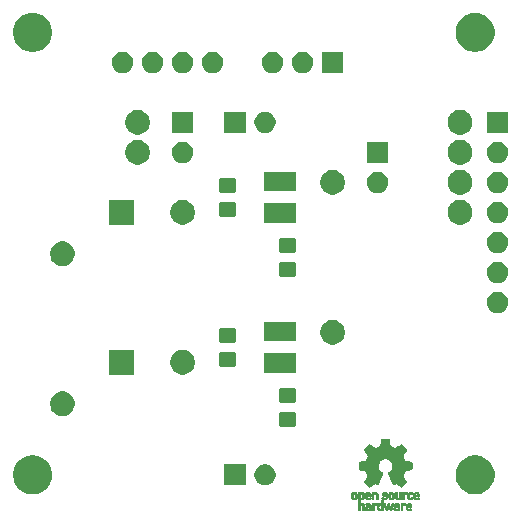
<source format=gts>
G04 #@! TF.GenerationSoftware,KiCad,Pcbnew,5.1.5-52549c5~84~ubuntu19.04.1*
G04 #@! TF.CreationDate,2019-12-10T10:52:44+01:00*
G04 #@! TF.ProjectId,2ch-4-20mA,3263682d-342d-4323-906d-412e6b696361,rev?*
G04 #@! TF.SameCoordinates,Original*
G04 #@! TF.FileFunction,Soldermask,Top*
G04 #@! TF.FilePolarity,Negative*
%FSLAX46Y46*%
G04 Gerber Fmt 4.6, Leading zero omitted, Abs format (unit mm)*
G04 Created by KiCad (PCBNEW 5.1.5-52549c5~84~ubuntu19.04.1) date 2019-12-10 10:52:44*
%MOMM*%
%LPD*%
G04 APERTURE LIST*
%ADD10C,0.010000*%
%ADD11C,0.100000*%
G04 APERTURE END LIST*
D10*
G36*
X150236964Y-117940018D02*
G01*
X150293812Y-118241570D01*
X150713338Y-118414512D01*
X150964984Y-118243395D01*
X151035458Y-118195750D01*
X151099163Y-118153210D01*
X151153126Y-118117715D01*
X151194373Y-118091210D01*
X151219934Y-118075636D01*
X151226895Y-118072278D01*
X151239435Y-118080914D01*
X151266231Y-118104792D01*
X151304280Y-118140859D01*
X151350579Y-118186067D01*
X151402123Y-118237364D01*
X151455909Y-118291701D01*
X151508935Y-118346028D01*
X151558195Y-118397295D01*
X151600687Y-118442451D01*
X151633407Y-118478446D01*
X151653351Y-118502230D01*
X151658119Y-118510190D01*
X151651257Y-118524865D01*
X151632020Y-118557014D01*
X151602430Y-118603492D01*
X151564510Y-118661156D01*
X151520282Y-118726860D01*
X151494654Y-118764336D01*
X151447941Y-118832768D01*
X151406432Y-118894520D01*
X151372140Y-118946519D01*
X151347080Y-118985692D01*
X151333264Y-119008965D01*
X151331188Y-119013855D01*
X151335895Y-119027755D01*
X151348723Y-119060150D01*
X151367738Y-119106485D01*
X151391003Y-119162206D01*
X151416584Y-119222758D01*
X151442545Y-119283586D01*
X151466950Y-119340136D01*
X151487863Y-119387852D01*
X151503349Y-119422181D01*
X151511472Y-119438568D01*
X151511952Y-119439212D01*
X151524707Y-119442341D01*
X151558677Y-119449321D01*
X151610340Y-119459467D01*
X151676176Y-119472092D01*
X151752664Y-119486509D01*
X151797290Y-119494823D01*
X151879021Y-119510384D01*
X151952843Y-119525192D01*
X152015021Y-119538436D01*
X152061822Y-119549305D01*
X152089509Y-119556989D01*
X152095074Y-119559427D01*
X152100526Y-119575930D01*
X152104924Y-119613200D01*
X152108272Y-119666880D01*
X152110574Y-119732612D01*
X152111832Y-119806037D01*
X152112048Y-119882796D01*
X152111227Y-119958532D01*
X152109371Y-120028886D01*
X152106482Y-120089500D01*
X152102565Y-120136016D01*
X152097622Y-120164075D01*
X152094657Y-120169916D01*
X152076934Y-120176917D01*
X152039381Y-120186927D01*
X151986964Y-120198769D01*
X151924652Y-120211267D01*
X151902900Y-120215310D01*
X151798024Y-120234520D01*
X151715180Y-120249991D01*
X151651630Y-120262337D01*
X151604637Y-120272173D01*
X151571463Y-120280114D01*
X151549371Y-120286776D01*
X151535624Y-120292773D01*
X151527484Y-120298719D01*
X151526345Y-120299894D01*
X151514977Y-120318826D01*
X151497635Y-120355669D01*
X151476050Y-120405913D01*
X151451954Y-120465046D01*
X151427079Y-120528556D01*
X151403157Y-120591932D01*
X151381919Y-120650662D01*
X151365097Y-120700235D01*
X151354422Y-120736139D01*
X151351627Y-120753862D01*
X151351860Y-120754483D01*
X151361331Y-120768970D01*
X151382818Y-120800844D01*
X151414063Y-120846789D01*
X151452807Y-120903485D01*
X151496793Y-120967617D01*
X151509319Y-120985842D01*
X151553984Y-121051914D01*
X151593288Y-121112200D01*
X151625088Y-121163235D01*
X151647245Y-121201560D01*
X151657617Y-121223711D01*
X151658119Y-121226432D01*
X151649405Y-121240736D01*
X151625325Y-121269072D01*
X151588976Y-121308396D01*
X151543453Y-121355661D01*
X151491852Y-121407823D01*
X151437267Y-121461835D01*
X151382794Y-121514653D01*
X151331529Y-121563231D01*
X151286567Y-121604523D01*
X151251004Y-121635485D01*
X151227935Y-121653070D01*
X151221554Y-121655941D01*
X151206699Y-121649178D01*
X151176286Y-121630939D01*
X151135268Y-121604297D01*
X151103709Y-121582852D01*
X151046525Y-121543503D01*
X150978806Y-121497171D01*
X150910880Y-121450913D01*
X150874361Y-121426155D01*
X150750752Y-121342547D01*
X150646991Y-121398650D01*
X150599720Y-121423228D01*
X150559523Y-121442331D01*
X150532326Y-121453227D01*
X150525402Y-121454743D01*
X150517077Y-121443549D01*
X150500654Y-121411917D01*
X150477357Y-121362765D01*
X150448414Y-121299010D01*
X150415050Y-121223571D01*
X150378491Y-121139364D01*
X150339964Y-121049308D01*
X150300694Y-120956321D01*
X150261908Y-120863320D01*
X150224830Y-120773223D01*
X150190689Y-120688948D01*
X150160708Y-120613413D01*
X150136116Y-120549534D01*
X150118136Y-120500231D01*
X150107997Y-120468421D01*
X150106366Y-120457496D01*
X150119291Y-120443561D01*
X150147589Y-120420940D01*
X150185346Y-120394333D01*
X150188515Y-120392228D01*
X150286100Y-120314114D01*
X150364786Y-120222982D01*
X150423891Y-120121745D01*
X150462732Y-120013318D01*
X150480628Y-119900614D01*
X150476897Y-119786548D01*
X150450857Y-119674034D01*
X150401825Y-119565985D01*
X150387400Y-119542345D01*
X150312369Y-119446887D01*
X150223730Y-119370232D01*
X150124549Y-119312780D01*
X150017895Y-119274929D01*
X149906836Y-119257078D01*
X149794439Y-119259625D01*
X149683773Y-119282970D01*
X149577906Y-119327510D01*
X149479905Y-119393645D01*
X149449590Y-119420487D01*
X149372438Y-119504512D01*
X149316218Y-119592966D01*
X149277653Y-119692115D01*
X149256174Y-119790303D01*
X149250872Y-119900697D01*
X149268552Y-120011640D01*
X149307419Y-120119381D01*
X149365677Y-120220169D01*
X149441531Y-120310256D01*
X149533183Y-120385892D01*
X149545228Y-120393864D01*
X149583389Y-120419974D01*
X149612399Y-120442595D01*
X149626268Y-120457039D01*
X149626469Y-120457496D01*
X149623492Y-120473121D01*
X149611689Y-120508582D01*
X149592286Y-120560962D01*
X149566512Y-120627345D01*
X149535591Y-120704814D01*
X149500751Y-120790450D01*
X149463217Y-120881337D01*
X149424217Y-120974559D01*
X149384977Y-121067197D01*
X149346724Y-121156335D01*
X149310683Y-121239055D01*
X149278083Y-121312441D01*
X149250148Y-121373575D01*
X149228105Y-121419541D01*
X149213182Y-121447421D01*
X149207172Y-121454743D01*
X149188809Y-121449041D01*
X149154448Y-121433749D01*
X149110016Y-121411599D01*
X149085583Y-121398650D01*
X148981822Y-121342547D01*
X148858213Y-121426155D01*
X148795114Y-121468987D01*
X148726030Y-121516122D01*
X148661293Y-121560503D01*
X148628866Y-121582852D01*
X148583259Y-121613477D01*
X148544640Y-121637747D01*
X148518048Y-121652587D01*
X148509410Y-121655724D01*
X148496839Y-121647261D01*
X148469016Y-121623636D01*
X148428639Y-121587302D01*
X148378405Y-121540711D01*
X148321012Y-121486317D01*
X148284714Y-121451392D01*
X148221210Y-121388996D01*
X148166327Y-121333188D01*
X148122286Y-121286354D01*
X148091305Y-121250882D01*
X148075602Y-121229161D01*
X148074095Y-121224752D01*
X148081086Y-121207985D01*
X148100406Y-121174082D01*
X148129909Y-121126476D01*
X148167455Y-121068599D01*
X148210900Y-121003884D01*
X148223255Y-120985842D01*
X148268273Y-120920267D01*
X148308660Y-120861228D01*
X148342160Y-120812042D01*
X148366514Y-120776028D01*
X148379464Y-120756502D01*
X148380715Y-120754483D01*
X148378844Y-120738922D01*
X148368913Y-120704709D01*
X148352653Y-120656355D01*
X148331795Y-120598371D01*
X148308073Y-120535270D01*
X148283216Y-120471563D01*
X148258958Y-120411761D01*
X148237029Y-120360376D01*
X148219162Y-120321919D01*
X148207087Y-120300902D01*
X148206229Y-120299894D01*
X148198846Y-120293888D01*
X148186375Y-120287948D01*
X148166080Y-120281460D01*
X148135222Y-120273809D01*
X148091066Y-120264380D01*
X148030874Y-120252559D01*
X147951907Y-120237729D01*
X147851430Y-120219277D01*
X147829675Y-120215310D01*
X147765198Y-120202853D01*
X147708989Y-120190666D01*
X147666013Y-120179926D01*
X147641240Y-120171809D01*
X147637918Y-120169916D01*
X147632444Y-120153138D01*
X147627994Y-120115645D01*
X147624572Y-120061794D01*
X147622181Y-119995944D01*
X147620823Y-119922453D01*
X147620501Y-119845680D01*
X147621219Y-119769983D01*
X147622979Y-119699720D01*
X147625784Y-119639250D01*
X147629638Y-119592930D01*
X147634543Y-119565119D01*
X147637500Y-119559427D01*
X147653963Y-119553686D01*
X147691449Y-119544345D01*
X147746225Y-119532215D01*
X147814555Y-119518107D01*
X147892706Y-119502830D01*
X147935284Y-119494823D01*
X148016071Y-119479721D01*
X148088113Y-119466040D01*
X148147889Y-119454467D01*
X148191879Y-119445687D01*
X148216561Y-119440387D01*
X148220623Y-119439212D01*
X148227489Y-119425965D01*
X148242002Y-119394057D01*
X148262229Y-119348047D01*
X148286234Y-119292492D01*
X148312082Y-119231953D01*
X148337840Y-119170986D01*
X148361573Y-119114151D01*
X148381346Y-119066006D01*
X148395224Y-119031110D01*
X148401274Y-119014021D01*
X148401386Y-119013274D01*
X148394528Y-118999793D01*
X148375302Y-118968770D01*
X148345728Y-118923289D01*
X148307827Y-118866432D01*
X148263620Y-118801283D01*
X148237921Y-118763862D01*
X148191093Y-118695247D01*
X148149501Y-118632952D01*
X148115175Y-118580129D01*
X148090143Y-118539927D01*
X148076435Y-118515500D01*
X148074456Y-118510024D01*
X148082966Y-118497278D01*
X148106493Y-118470063D01*
X148142032Y-118431428D01*
X148186577Y-118384423D01*
X148237123Y-118332095D01*
X148290664Y-118277495D01*
X148344195Y-118223670D01*
X148394711Y-118173670D01*
X148439206Y-118130543D01*
X148474675Y-118097339D01*
X148498113Y-118077106D01*
X148505954Y-118072278D01*
X148518720Y-118079067D01*
X148549256Y-118098142D01*
X148594590Y-118127561D01*
X148651756Y-118165381D01*
X148717784Y-118209661D01*
X148767590Y-118243395D01*
X149019236Y-118414512D01*
X149228999Y-118328041D01*
X149438763Y-118241570D01*
X149495611Y-117940018D01*
X149552460Y-117638466D01*
X150180115Y-117638466D01*
X150236964Y-117940018D01*
G37*
X150236964Y-117940018D02*
X150293812Y-118241570D01*
X150713338Y-118414512D01*
X150964984Y-118243395D01*
X151035458Y-118195750D01*
X151099163Y-118153210D01*
X151153126Y-118117715D01*
X151194373Y-118091210D01*
X151219934Y-118075636D01*
X151226895Y-118072278D01*
X151239435Y-118080914D01*
X151266231Y-118104792D01*
X151304280Y-118140859D01*
X151350579Y-118186067D01*
X151402123Y-118237364D01*
X151455909Y-118291701D01*
X151508935Y-118346028D01*
X151558195Y-118397295D01*
X151600687Y-118442451D01*
X151633407Y-118478446D01*
X151653351Y-118502230D01*
X151658119Y-118510190D01*
X151651257Y-118524865D01*
X151632020Y-118557014D01*
X151602430Y-118603492D01*
X151564510Y-118661156D01*
X151520282Y-118726860D01*
X151494654Y-118764336D01*
X151447941Y-118832768D01*
X151406432Y-118894520D01*
X151372140Y-118946519D01*
X151347080Y-118985692D01*
X151333264Y-119008965D01*
X151331188Y-119013855D01*
X151335895Y-119027755D01*
X151348723Y-119060150D01*
X151367738Y-119106485D01*
X151391003Y-119162206D01*
X151416584Y-119222758D01*
X151442545Y-119283586D01*
X151466950Y-119340136D01*
X151487863Y-119387852D01*
X151503349Y-119422181D01*
X151511472Y-119438568D01*
X151511952Y-119439212D01*
X151524707Y-119442341D01*
X151558677Y-119449321D01*
X151610340Y-119459467D01*
X151676176Y-119472092D01*
X151752664Y-119486509D01*
X151797290Y-119494823D01*
X151879021Y-119510384D01*
X151952843Y-119525192D01*
X152015021Y-119538436D01*
X152061822Y-119549305D01*
X152089509Y-119556989D01*
X152095074Y-119559427D01*
X152100526Y-119575930D01*
X152104924Y-119613200D01*
X152108272Y-119666880D01*
X152110574Y-119732612D01*
X152111832Y-119806037D01*
X152112048Y-119882796D01*
X152111227Y-119958532D01*
X152109371Y-120028886D01*
X152106482Y-120089500D01*
X152102565Y-120136016D01*
X152097622Y-120164075D01*
X152094657Y-120169916D01*
X152076934Y-120176917D01*
X152039381Y-120186927D01*
X151986964Y-120198769D01*
X151924652Y-120211267D01*
X151902900Y-120215310D01*
X151798024Y-120234520D01*
X151715180Y-120249991D01*
X151651630Y-120262337D01*
X151604637Y-120272173D01*
X151571463Y-120280114D01*
X151549371Y-120286776D01*
X151535624Y-120292773D01*
X151527484Y-120298719D01*
X151526345Y-120299894D01*
X151514977Y-120318826D01*
X151497635Y-120355669D01*
X151476050Y-120405913D01*
X151451954Y-120465046D01*
X151427079Y-120528556D01*
X151403157Y-120591932D01*
X151381919Y-120650662D01*
X151365097Y-120700235D01*
X151354422Y-120736139D01*
X151351627Y-120753862D01*
X151351860Y-120754483D01*
X151361331Y-120768970D01*
X151382818Y-120800844D01*
X151414063Y-120846789D01*
X151452807Y-120903485D01*
X151496793Y-120967617D01*
X151509319Y-120985842D01*
X151553984Y-121051914D01*
X151593288Y-121112200D01*
X151625088Y-121163235D01*
X151647245Y-121201560D01*
X151657617Y-121223711D01*
X151658119Y-121226432D01*
X151649405Y-121240736D01*
X151625325Y-121269072D01*
X151588976Y-121308396D01*
X151543453Y-121355661D01*
X151491852Y-121407823D01*
X151437267Y-121461835D01*
X151382794Y-121514653D01*
X151331529Y-121563231D01*
X151286567Y-121604523D01*
X151251004Y-121635485D01*
X151227935Y-121653070D01*
X151221554Y-121655941D01*
X151206699Y-121649178D01*
X151176286Y-121630939D01*
X151135268Y-121604297D01*
X151103709Y-121582852D01*
X151046525Y-121543503D01*
X150978806Y-121497171D01*
X150910880Y-121450913D01*
X150874361Y-121426155D01*
X150750752Y-121342547D01*
X150646991Y-121398650D01*
X150599720Y-121423228D01*
X150559523Y-121442331D01*
X150532326Y-121453227D01*
X150525402Y-121454743D01*
X150517077Y-121443549D01*
X150500654Y-121411917D01*
X150477357Y-121362765D01*
X150448414Y-121299010D01*
X150415050Y-121223571D01*
X150378491Y-121139364D01*
X150339964Y-121049308D01*
X150300694Y-120956321D01*
X150261908Y-120863320D01*
X150224830Y-120773223D01*
X150190689Y-120688948D01*
X150160708Y-120613413D01*
X150136116Y-120549534D01*
X150118136Y-120500231D01*
X150107997Y-120468421D01*
X150106366Y-120457496D01*
X150119291Y-120443561D01*
X150147589Y-120420940D01*
X150185346Y-120394333D01*
X150188515Y-120392228D01*
X150286100Y-120314114D01*
X150364786Y-120222982D01*
X150423891Y-120121745D01*
X150462732Y-120013318D01*
X150480628Y-119900614D01*
X150476897Y-119786548D01*
X150450857Y-119674034D01*
X150401825Y-119565985D01*
X150387400Y-119542345D01*
X150312369Y-119446887D01*
X150223730Y-119370232D01*
X150124549Y-119312780D01*
X150017895Y-119274929D01*
X149906836Y-119257078D01*
X149794439Y-119259625D01*
X149683773Y-119282970D01*
X149577906Y-119327510D01*
X149479905Y-119393645D01*
X149449590Y-119420487D01*
X149372438Y-119504512D01*
X149316218Y-119592966D01*
X149277653Y-119692115D01*
X149256174Y-119790303D01*
X149250872Y-119900697D01*
X149268552Y-120011640D01*
X149307419Y-120119381D01*
X149365677Y-120220169D01*
X149441531Y-120310256D01*
X149533183Y-120385892D01*
X149545228Y-120393864D01*
X149583389Y-120419974D01*
X149612399Y-120442595D01*
X149626268Y-120457039D01*
X149626469Y-120457496D01*
X149623492Y-120473121D01*
X149611689Y-120508582D01*
X149592286Y-120560962D01*
X149566512Y-120627345D01*
X149535591Y-120704814D01*
X149500751Y-120790450D01*
X149463217Y-120881337D01*
X149424217Y-120974559D01*
X149384977Y-121067197D01*
X149346724Y-121156335D01*
X149310683Y-121239055D01*
X149278083Y-121312441D01*
X149250148Y-121373575D01*
X149228105Y-121419541D01*
X149213182Y-121447421D01*
X149207172Y-121454743D01*
X149188809Y-121449041D01*
X149154448Y-121433749D01*
X149110016Y-121411599D01*
X149085583Y-121398650D01*
X148981822Y-121342547D01*
X148858213Y-121426155D01*
X148795114Y-121468987D01*
X148726030Y-121516122D01*
X148661293Y-121560503D01*
X148628866Y-121582852D01*
X148583259Y-121613477D01*
X148544640Y-121637747D01*
X148518048Y-121652587D01*
X148509410Y-121655724D01*
X148496839Y-121647261D01*
X148469016Y-121623636D01*
X148428639Y-121587302D01*
X148378405Y-121540711D01*
X148321012Y-121486317D01*
X148284714Y-121451392D01*
X148221210Y-121388996D01*
X148166327Y-121333188D01*
X148122286Y-121286354D01*
X148091305Y-121250882D01*
X148075602Y-121229161D01*
X148074095Y-121224752D01*
X148081086Y-121207985D01*
X148100406Y-121174082D01*
X148129909Y-121126476D01*
X148167455Y-121068599D01*
X148210900Y-121003884D01*
X148223255Y-120985842D01*
X148268273Y-120920267D01*
X148308660Y-120861228D01*
X148342160Y-120812042D01*
X148366514Y-120776028D01*
X148379464Y-120756502D01*
X148380715Y-120754483D01*
X148378844Y-120738922D01*
X148368913Y-120704709D01*
X148352653Y-120656355D01*
X148331795Y-120598371D01*
X148308073Y-120535270D01*
X148283216Y-120471563D01*
X148258958Y-120411761D01*
X148237029Y-120360376D01*
X148219162Y-120321919D01*
X148207087Y-120300902D01*
X148206229Y-120299894D01*
X148198846Y-120293888D01*
X148186375Y-120287948D01*
X148166080Y-120281460D01*
X148135222Y-120273809D01*
X148091066Y-120264380D01*
X148030874Y-120252559D01*
X147951907Y-120237729D01*
X147851430Y-120219277D01*
X147829675Y-120215310D01*
X147765198Y-120202853D01*
X147708989Y-120190666D01*
X147666013Y-120179926D01*
X147641240Y-120171809D01*
X147637918Y-120169916D01*
X147632444Y-120153138D01*
X147627994Y-120115645D01*
X147624572Y-120061794D01*
X147622181Y-119995944D01*
X147620823Y-119922453D01*
X147620501Y-119845680D01*
X147621219Y-119769983D01*
X147622979Y-119699720D01*
X147625784Y-119639250D01*
X147629638Y-119592930D01*
X147634543Y-119565119D01*
X147637500Y-119559427D01*
X147653963Y-119553686D01*
X147691449Y-119544345D01*
X147746225Y-119532215D01*
X147814555Y-119518107D01*
X147892706Y-119502830D01*
X147935284Y-119494823D01*
X148016071Y-119479721D01*
X148088113Y-119466040D01*
X148147889Y-119454467D01*
X148191879Y-119445687D01*
X148216561Y-119440387D01*
X148220623Y-119439212D01*
X148227489Y-119425965D01*
X148242002Y-119394057D01*
X148262229Y-119348047D01*
X148286234Y-119292492D01*
X148312082Y-119231953D01*
X148337840Y-119170986D01*
X148361573Y-119114151D01*
X148381346Y-119066006D01*
X148395224Y-119031110D01*
X148401274Y-119014021D01*
X148401386Y-119013274D01*
X148394528Y-118999793D01*
X148375302Y-118968770D01*
X148345728Y-118923289D01*
X148307827Y-118866432D01*
X148263620Y-118801283D01*
X148237921Y-118763862D01*
X148191093Y-118695247D01*
X148149501Y-118632952D01*
X148115175Y-118580129D01*
X148090143Y-118539927D01*
X148076435Y-118515500D01*
X148074456Y-118510024D01*
X148082966Y-118497278D01*
X148106493Y-118470063D01*
X148142032Y-118431428D01*
X148186577Y-118384423D01*
X148237123Y-118332095D01*
X148290664Y-118277495D01*
X148344195Y-118223670D01*
X148394711Y-118173670D01*
X148439206Y-118130543D01*
X148474675Y-118097339D01*
X148498113Y-118077106D01*
X148505954Y-118072278D01*
X148518720Y-118079067D01*
X148549256Y-118098142D01*
X148594590Y-118127561D01*
X148651756Y-118165381D01*
X148717784Y-118209661D01*
X148767590Y-118243395D01*
X149019236Y-118414512D01*
X149228999Y-118328041D01*
X149438763Y-118241570D01*
X149495611Y-117940018D01*
X149552460Y-117638466D01*
X150180115Y-117638466D01*
X150236964Y-117940018D01*
G36*
X151659460Y-122108030D02*
G01*
X151702711Y-122121245D01*
X151730558Y-122137941D01*
X151739629Y-122151145D01*
X151737132Y-122166797D01*
X151720931Y-122191385D01*
X151707232Y-122208800D01*
X151678992Y-122240283D01*
X151657775Y-122253529D01*
X151639688Y-122252664D01*
X151586035Y-122239010D01*
X151546630Y-122239630D01*
X151514632Y-122255104D01*
X151503890Y-122264161D01*
X151469505Y-122296027D01*
X151469505Y-122712179D01*
X151331188Y-122712179D01*
X151331188Y-122108614D01*
X151400347Y-122108614D01*
X151441869Y-122110256D01*
X151463291Y-122116087D01*
X151469502Y-122127461D01*
X151469505Y-122127798D01*
X151472439Y-122139713D01*
X151485704Y-122138159D01*
X151504084Y-122129563D01*
X151542046Y-122113568D01*
X151572872Y-122103945D01*
X151612536Y-122101478D01*
X151659460Y-122108030D01*
G37*
X151659460Y-122108030D02*
X151702711Y-122121245D01*
X151730558Y-122137941D01*
X151739629Y-122151145D01*
X151737132Y-122166797D01*
X151720931Y-122191385D01*
X151707232Y-122208800D01*
X151678992Y-122240283D01*
X151657775Y-122253529D01*
X151639688Y-122252664D01*
X151586035Y-122239010D01*
X151546630Y-122239630D01*
X151514632Y-122255104D01*
X151503890Y-122264161D01*
X151469505Y-122296027D01*
X151469505Y-122712179D01*
X151331188Y-122712179D01*
X151331188Y-122108614D01*
X151400347Y-122108614D01*
X151441869Y-122110256D01*
X151463291Y-122116087D01*
X151469502Y-122127461D01*
X151469505Y-122127798D01*
X151472439Y-122139713D01*
X151485704Y-122138159D01*
X151504084Y-122129563D01*
X151542046Y-122113568D01*
X151572872Y-122103945D01*
X151612536Y-122101478D01*
X151659460Y-122108030D01*
G36*
X149105988Y-122119002D02*
G01*
X149137283Y-122133950D01*
X149167591Y-122155541D01*
X149190682Y-122180391D01*
X149207500Y-122212087D01*
X149218994Y-122254214D01*
X149226109Y-122310358D01*
X149229793Y-122384106D01*
X149230992Y-122479044D01*
X149231011Y-122488985D01*
X149231287Y-122712179D01*
X149092970Y-122712179D01*
X149092970Y-122506418D01*
X149092872Y-122430189D01*
X149092191Y-122374939D01*
X149090349Y-122336501D01*
X149086767Y-122310706D01*
X149080868Y-122293384D01*
X149072073Y-122280368D01*
X149059820Y-122267507D01*
X149016953Y-122239873D01*
X148970157Y-122234745D01*
X148925576Y-122252217D01*
X148910072Y-122265221D01*
X148898690Y-122277447D01*
X148890519Y-122290540D01*
X148885026Y-122308615D01*
X148881680Y-122335787D01*
X148879949Y-122376170D01*
X148879303Y-122433879D01*
X148879208Y-122504132D01*
X148879208Y-122712179D01*
X148740891Y-122712179D01*
X148740891Y-122108614D01*
X148810050Y-122108614D01*
X148851572Y-122110256D01*
X148872994Y-122116087D01*
X148879205Y-122127461D01*
X148879208Y-122127798D01*
X148882090Y-122138938D01*
X148894801Y-122137674D01*
X148920074Y-122125434D01*
X148977395Y-122107424D01*
X149042963Y-122105421D01*
X149105988Y-122119002D01*
G37*
X149105988Y-122119002D02*
X149137283Y-122133950D01*
X149167591Y-122155541D01*
X149190682Y-122180391D01*
X149207500Y-122212087D01*
X149218994Y-122254214D01*
X149226109Y-122310358D01*
X149229793Y-122384106D01*
X149230992Y-122479044D01*
X149231011Y-122488985D01*
X149231287Y-122712179D01*
X149092970Y-122712179D01*
X149092970Y-122506418D01*
X149092872Y-122430189D01*
X149092191Y-122374939D01*
X149090349Y-122336501D01*
X149086767Y-122310706D01*
X149080868Y-122293384D01*
X149072073Y-122280368D01*
X149059820Y-122267507D01*
X149016953Y-122239873D01*
X148970157Y-122234745D01*
X148925576Y-122252217D01*
X148910072Y-122265221D01*
X148898690Y-122277447D01*
X148890519Y-122290540D01*
X148885026Y-122308615D01*
X148881680Y-122335787D01*
X148879949Y-122376170D01*
X148879303Y-122433879D01*
X148879208Y-122504132D01*
X148879208Y-122712179D01*
X148740891Y-122712179D01*
X148740891Y-122108614D01*
X148810050Y-122108614D01*
X148851572Y-122110256D01*
X148872994Y-122116087D01*
X148879205Y-122127461D01*
X148879208Y-122127798D01*
X148882090Y-122138938D01*
X148894801Y-122137674D01*
X148920074Y-122125434D01*
X148977395Y-122107424D01*
X149042963Y-122105421D01*
X149105988Y-122119002D01*
G36*
X152537898Y-122106457D02*
G01*
X152570096Y-122114279D01*
X152631825Y-122142921D01*
X152684610Y-122186667D01*
X152721141Y-122239117D01*
X152726160Y-122250893D01*
X152733045Y-122281740D01*
X152737864Y-122327371D01*
X152739505Y-122373492D01*
X152739505Y-122460693D01*
X152557178Y-122460693D01*
X152481979Y-122460978D01*
X152429003Y-122462704D01*
X152395325Y-122467181D01*
X152378020Y-122475720D01*
X152374163Y-122489630D01*
X152380829Y-122510222D01*
X152392770Y-122534315D01*
X152426080Y-122574525D01*
X152472368Y-122594558D01*
X152528944Y-122593905D01*
X152593031Y-122572101D01*
X152648417Y-122545193D01*
X152694375Y-122581532D01*
X152740333Y-122617872D01*
X152697096Y-122657819D01*
X152639374Y-122695563D01*
X152568386Y-122718320D01*
X152492029Y-122724688D01*
X152418199Y-122713268D01*
X152406287Y-122709393D01*
X152341399Y-122675506D01*
X152293130Y-122624986D01*
X152260465Y-122556325D01*
X152242385Y-122468014D01*
X152242175Y-122466121D01*
X152240556Y-122369878D01*
X152247100Y-122335542D01*
X152374852Y-122335542D01*
X152386584Y-122340822D01*
X152418438Y-122344867D01*
X152465397Y-122347176D01*
X152495154Y-122347525D01*
X152550648Y-122347306D01*
X152585346Y-122345916D01*
X152603601Y-122342251D01*
X152609766Y-122335210D01*
X152608195Y-122323690D01*
X152606878Y-122319233D01*
X152584382Y-122277355D01*
X152549003Y-122243604D01*
X152517780Y-122228773D01*
X152476301Y-122229668D01*
X152434269Y-122248164D01*
X152399012Y-122278786D01*
X152377854Y-122316062D01*
X152374852Y-122335542D01*
X152247100Y-122335542D01*
X152256690Y-122285229D01*
X152288698Y-122214191D01*
X152334701Y-122158779D01*
X152392821Y-122121009D01*
X152461180Y-122102896D01*
X152537898Y-122106457D01*
G37*
X152537898Y-122106457D02*
X152570096Y-122114279D01*
X152631825Y-122142921D01*
X152684610Y-122186667D01*
X152721141Y-122239117D01*
X152726160Y-122250893D01*
X152733045Y-122281740D01*
X152737864Y-122327371D01*
X152739505Y-122373492D01*
X152739505Y-122460693D01*
X152557178Y-122460693D01*
X152481979Y-122460978D01*
X152429003Y-122462704D01*
X152395325Y-122467181D01*
X152378020Y-122475720D01*
X152374163Y-122489630D01*
X152380829Y-122510222D01*
X152392770Y-122534315D01*
X152426080Y-122574525D01*
X152472368Y-122594558D01*
X152528944Y-122593905D01*
X152593031Y-122572101D01*
X152648417Y-122545193D01*
X152694375Y-122581532D01*
X152740333Y-122617872D01*
X152697096Y-122657819D01*
X152639374Y-122695563D01*
X152568386Y-122718320D01*
X152492029Y-122724688D01*
X152418199Y-122713268D01*
X152406287Y-122709393D01*
X152341399Y-122675506D01*
X152293130Y-122624986D01*
X152260465Y-122556325D01*
X152242385Y-122468014D01*
X152242175Y-122466121D01*
X152240556Y-122369878D01*
X152247100Y-122335542D01*
X152374852Y-122335542D01*
X152386584Y-122340822D01*
X152418438Y-122344867D01*
X152465397Y-122347176D01*
X152495154Y-122347525D01*
X152550648Y-122347306D01*
X152585346Y-122345916D01*
X152603601Y-122342251D01*
X152609766Y-122335210D01*
X152608195Y-122323690D01*
X152606878Y-122319233D01*
X152584382Y-122277355D01*
X152549003Y-122243604D01*
X152517780Y-122228773D01*
X152476301Y-122229668D01*
X152434269Y-122248164D01*
X152399012Y-122278786D01*
X152377854Y-122316062D01*
X152374852Y-122335542D01*
X152247100Y-122335542D01*
X152256690Y-122285229D01*
X152288698Y-122214191D01*
X152334701Y-122158779D01*
X152392821Y-122121009D01*
X152461180Y-122102896D01*
X152537898Y-122106457D01*
G36*
X152077226Y-122113880D02*
G01*
X152150080Y-122144830D01*
X152173027Y-122159895D01*
X152202354Y-122183048D01*
X152220764Y-122201253D01*
X152223961Y-122207183D01*
X152214935Y-122220340D01*
X152191837Y-122242667D01*
X152173344Y-122258250D01*
X152122728Y-122298926D01*
X152082760Y-122265295D01*
X152051874Y-122243584D01*
X152021759Y-122236090D01*
X151987292Y-122237920D01*
X151932561Y-122251528D01*
X151894886Y-122279772D01*
X151871991Y-122325433D01*
X151861597Y-122391289D01*
X151861595Y-122391331D01*
X151862494Y-122464939D01*
X151876463Y-122518946D01*
X151904328Y-122555716D01*
X151923325Y-122568168D01*
X151973776Y-122583673D01*
X152027663Y-122583683D01*
X152074546Y-122568638D01*
X152085644Y-122561287D01*
X152113476Y-122542511D01*
X152135236Y-122539434D01*
X152158704Y-122553409D01*
X152184649Y-122578510D01*
X152225716Y-122620880D01*
X152180121Y-122658464D01*
X152109674Y-122700882D01*
X152030233Y-122721785D01*
X151947215Y-122720272D01*
X151892694Y-122706411D01*
X151828970Y-122672135D01*
X151778005Y-122618212D01*
X151754851Y-122580149D01*
X151736099Y-122525536D01*
X151726715Y-122456369D01*
X151726643Y-122381407D01*
X151735824Y-122309409D01*
X151754199Y-122249137D01*
X151757093Y-122242958D01*
X151799952Y-122182351D01*
X151857979Y-122138224D01*
X151926591Y-122111493D01*
X152001201Y-122103073D01*
X152077226Y-122113880D01*
G37*
X152077226Y-122113880D02*
X152150080Y-122144830D01*
X152173027Y-122159895D01*
X152202354Y-122183048D01*
X152220764Y-122201253D01*
X152223961Y-122207183D01*
X152214935Y-122220340D01*
X152191837Y-122242667D01*
X152173344Y-122258250D01*
X152122728Y-122298926D01*
X152082760Y-122265295D01*
X152051874Y-122243584D01*
X152021759Y-122236090D01*
X151987292Y-122237920D01*
X151932561Y-122251528D01*
X151894886Y-122279772D01*
X151871991Y-122325433D01*
X151861597Y-122391289D01*
X151861595Y-122391331D01*
X151862494Y-122464939D01*
X151876463Y-122518946D01*
X151904328Y-122555716D01*
X151923325Y-122568168D01*
X151973776Y-122583673D01*
X152027663Y-122583683D01*
X152074546Y-122568638D01*
X152085644Y-122561287D01*
X152113476Y-122542511D01*
X152135236Y-122539434D01*
X152158704Y-122553409D01*
X152184649Y-122578510D01*
X152225716Y-122620880D01*
X152180121Y-122658464D01*
X152109674Y-122700882D01*
X152030233Y-122721785D01*
X151947215Y-122720272D01*
X151892694Y-122706411D01*
X151828970Y-122672135D01*
X151778005Y-122618212D01*
X151754851Y-122580149D01*
X151736099Y-122525536D01*
X151726715Y-122456369D01*
X151726643Y-122381407D01*
X151735824Y-122309409D01*
X151754199Y-122249137D01*
X151757093Y-122242958D01*
X151799952Y-122182351D01*
X151857979Y-122138224D01*
X151926591Y-122111493D01*
X152001201Y-122103073D01*
X152077226Y-122113880D01*
G36*
X150853367Y-122304342D02*
G01*
X150854555Y-122396563D01*
X150858897Y-122466610D01*
X150867558Y-122517381D01*
X150881704Y-122551772D01*
X150902500Y-122572679D01*
X150931110Y-122583000D01*
X150966535Y-122585636D01*
X151003636Y-122582682D01*
X151031818Y-122571889D01*
X151052243Y-122550360D01*
X151066079Y-122515199D01*
X151074491Y-122463510D01*
X151078643Y-122392394D01*
X151079703Y-122304342D01*
X151079703Y-122108614D01*
X151218020Y-122108614D01*
X151218020Y-122712179D01*
X151148862Y-122712179D01*
X151107170Y-122710489D01*
X151085701Y-122704556D01*
X151079703Y-122693293D01*
X151076091Y-122683261D01*
X151061714Y-122685383D01*
X151032736Y-122699580D01*
X150966319Y-122721480D01*
X150895875Y-122719928D01*
X150828377Y-122696147D01*
X150796233Y-122677362D01*
X150771715Y-122657022D01*
X150753804Y-122631573D01*
X150741479Y-122597458D01*
X150733723Y-122551121D01*
X150729516Y-122489007D01*
X150727840Y-122407561D01*
X150727624Y-122344578D01*
X150727624Y-122108614D01*
X150853367Y-122108614D01*
X150853367Y-122304342D01*
G37*
X150853367Y-122304342D02*
X150854555Y-122396563D01*
X150858897Y-122466610D01*
X150867558Y-122517381D01*
X150881704Y-122551772D01*
X150902500Y-122572679D01*
X150931110Y-122583000D01*
X150966535Y-122585636D01*
X151003636Y-122582682D01*
X151031818Y-122571889D01*
X151052243Y-122550360D01*
X151066079Y-122515199D01*
X151074491Y-122463510D01*
X151078643Y-122392394D01*
X151079703Y-122304342D01*
X151079703Y-122108614D01*
X151218020Y-122108614D01*
X151218020Y-122712179D01*
X151148862Y-122712179D01*
X151107170Y-122710489D01*
X151085701Y-122704556D01*
X151079703Y-122693293D01*
X151076091Y-122683261D01*
X151061714Y-122685383D01*
X151032736Y-122699580D01*
X150966319Y-122721480D01*
X150895875Y-122719928D01*
X150828377Y-122696147D01*
X150796233Y-122677362D01*
X150771715Y-122657022D01*
X150753804Y-122631573D01*
X150741479Y-122597458D01*
X150733723Y-122551121D01*
X150729516Y-122489007D01*
X150727840Y-122407561D01*
X150727624Y-122344578D01*
X150727624Y-122108614D01*
X150853367Y-122108614D01*
X150853367Y-122304342D01*
G36*
X150470762Y-122116055D02*
G01*
X150534363Y-122150692D01*
X150584123Y-122205372D01*
X150607568Y-122249842D01*
X150617634Y-122289121D01*
X150624156Y-122345116D01*
X150626951Y-122409621D01*
X150625836Y-122474429D01*
X150620626Y-122531334D01*
X150614541Y-122561727D01*
X150594014Y-122603306D01*
X150558463Y-122647468D01*
X150515619Y-122686087D01*
X150473211Y-122711034D01*
X150472177Y-122711430D01*
X150419553Y-122722331D01*
X150357188Y-122722601D01*
X150297924Y-122712676D01*
X150275040Y-122704722D01*
X150216102Y-122671300D01*
X150173890Y-122627511D01*
X150146156Y-122569538D01*
X150130651Y-122493565D01*
X150127143Y-122453771D01*
X150127590Y-122403766D01*
X150262376Y-122403766D01*
X150266917Y-122476732D01*
X150279986Y-122532334D01*
X150300756Y-122567861D01*
X150315552Y-122578020D01*
X150353464Y-122585104D01*
X150398527Y-122583007D01*
X150437487Y-122572812D01*
X150447704Y-122567204D01*
X150474659Y-122534538D01*
X150492451Y-122484545D01*
X150500024Y-122423705D01*
X150496325Y-122358497D01*
X150488057Y-122319253D01*
X150464320Y-122273805D01*
X150426849Y-122245396D01*
X150381720Y-122235573D01*
X150335011Y-122245887D01*
X150299132Y-122271112D01*
X150280277Y-122291925D01*
X150269272Y-122312439D01*
X150264026Y-122340203D01*
X150262449Y-122382762D01*
X150262376Y-122403766D01*
X150127590Y-122403766D01*
X150128094Y-122347580D01*
X150145388Y-122260501D01*
X150179029Y-122192530D01*
X150229018Y-122143664D01*
X150295356Y-122113899D01*
X150309601Y-122110448D01*
X150395210Y-122102345D01*
X150470762Y-122116055D01*
G37*
X150470762Y-122116055D02*
X150534363Y-122150692D01*
X150584123Y-122205372D01*
X150607568Y-122249842D01*
X150617634Y-122289121D01*
X150624156Y-122345116D01*
X150626951Y-122409621D01*
X150625836Y-122474429D01*
X150620626Y-122531334D01*
X150614541Y-122561727D01*
X150594014Y-122603306D01*
X150558463Y-122647468D01*
X150515619Y-122686087D01*
X150473211Y-122711034D01*
X150472177Y-122711430D01*
X150419553Y-122722331D01*
X150357188Y-122722601D01*
X150297924Y-122712676D01*
X150275040Y-122704722D01*
X150216102Y-122671300D01*
X150173890Y-122627511D01*
X150146156Y-122569538D01*
X150130651Y-122493565D01*
X150127143Y-122453771D01*
X150127590Y-122403766D01*
X150262376Y-122403766D01*
X150266917Y-122476732D01*
X150279986Y-122532334D01*
X150300756Y-122567861D01*
X150315552Y-122578020D01*
X150353464Y-122585104D01*
X150398527Y-122583007D01*
X150437487Y-122572812D01*
X150447704Y-122567204D01*
X150474659Y-122534538D01*
X150492451Y-122484545D01*
X150500024Y-122423705D01*
X150496325Y-122358497D01*
X150488057Y-122319253D01*
X150464320Y-122273805D01*
X150426849Y-122245396D01*
X150381720Y-122235573D01*
X150335011Y-122245887D01*
X150299132Y-122271112D01*
X150280277Y-122291925D01*
X150269272Y-122312439D01*
X150264026Y-122340203D01*
X150262449Y-122382762D01*
X150262376Y-122403766D01*
X150127590Y-122403766D01*
X150128094Y-122347580D01*
X150145388Y-122260501D01*
X150179029Y-122192530D01*
X150229018Y-122143664D01*
X150295356Y-122113899D01*
X150309601Y-122110448D01*
X150395210Y-122102345D01*
X150470762Y-122116055D01*
G36*
X149874017Y-122106452D02*
G01*
X149921634Y-122115482D01*
X149971034Y-122134370D01*
X149976312Y-122136777D01*
X150013774Y-122156476D01*
X150039717Y-122174781D01*
X150048103Y-122186508D01*
X150040117Y-122205632D01*
X150020720Y-122233850D01*
X150012110Y-122244384D01*
X149976628Y-122285847D01*
X149930885Y-122258858D01*
X149887350Y-122240878D01*
X149837050Y-122231267D01*
X149788812Y-122230660D01*
X149751467Y-122239691D01*
X149742505Y-122245327D01*
X149725437Y-122271171D01*
X149723363Y-122300941D01*
X149736134Y-122324197D01*
X149743688Y-122328708D01*
X149766325Y-122334309D01*
X149806115Y-122340892D01*
X149855166Y-122347183D01*
X149864215Y-122348170D01*
X149942996Y-122361798D01*
X150000136Y-122384946D01*
X150038030Y-122419752D01*
X150059079Y-122468354D01*
X150065635Y-122527718D01*
X150056577Y-122595198D01*
X150027164Y-122648188D01*
X149977278Y-122686783D01*
X149906800Y-122711081D01*
X149828565Y-122720667D01*
X149764766Y-122720552D01*
X149713016Y-122711845D01*
X149677673Y-122699825D01*
X149633017Y-122678880D01*
X149591747Y-122654574D01*
X149577079Y-122643876D01*
X149539357Y-122613084D01*
X149584852Y-122567049D01*
X149630347Y-122521013D01*
X149682072Y-122555243D01*
X149733952Y-122580952D01*
X149789351Y-122594399D01*
X149842605Y-122595818D01*
X149888049Y-122585443D01*
X149920016Y-122563507D01*
X149930338Y-122544998D01*
X149928789Y-122515314D01*
X149903140Y-122492615D01*
X149853460Y-122476940D01*
X149799031Y-122469695D01*
X149715264Y-122455873D01*
X149653033Y-122429796D01*
X149611507Y-122390699D01*
X149589853Y-122337820D01*
X149586853Y-122275126D01*
X149601671Y-122209642D01*
X149635454Y-122160144D01*
X149688505Y-122126408D01*
X149761126Y-122108207D01*
X149814928Y-122104639D01*
X149874017Y-122106452D01*
G37*
X149874017Y-122106452D02*
X149921634Y-122115482D01*
X149971034Y-122134370D01*
X149976312Y-122136777D01*
X150013774Y-122156476D01*
X150039717Y-122174781D01*
X150048103Y-122186508D01*
X150040117Y-122205632D01*
X150020720Y-122233850D01*
X150012110Y-122244384D01*
X149976628Y-122285847D01*
X149930885Y-122258858D01*
X149887350Y-122240878D01*
X149837050Y-122231267D01*
X149788812Y-122230660D01*
X149751467Y-122239691D01*
X149742505Y-122245327D01*
X149725437Y-122271171D01*
X149723363Y-122300941D01*
X149736134Y-122324197D01*
X149743688Y-122328708D01*
X149766325Y-122334309D01*
X149806115Y-122340892D01*
X149855166Y-122347183D01*
X149864215Y-122348170D01*
X149942996Y-122361798D01*
X150000136Y-122384946D01*
X150038030Y-122419752D01*
X150059079Y-122468354D01*
X150065635Y-122527718D01*
X150056577Y-122595198D01*
X150027164Y-122648188D01*
X149977278Y-122686783D01*
X149906800Y-122711081D01*
X149828565Y-122720667D01*
X149764766Y-122720552D01*
X149713016Y-122711845D01*
X149677673Y-122699825D01*
X149633017Y-122678880D01*
X149591747Y-122654574D01*
X149577079Y-122643876D01*
X149539357Y-122613084D01*
X149584852Y-122567049D01*
X149630347Y-122521013D01*
X149682072Y-122555243D01*
X149733952Y-122580952D01*
X149789351Y-122594399D01*
X149842605Y-122595818D01*
X149888049Y-122585443D01*
X149920016Y-122563507D01*
X149930338Y-122544998D01*
X149928789Y-122515314D01*
X149903140Y-122492615D01*
X149853460Y-122476940D01*
X149799031Y-122469695D01*
X149715264Y-122455873D01*
X149653033Y-122429796D01*
X149611507Y-122390699D01*
X149589853Y-122337820D01*
X149586853Y-122275126D01*
X149601671Y-122209642D01*
X149635454Y-122160144D01*
X149688505Y-122126408D01*
X149761126Y-122108207D01*
X149814928Y-122104639D01*
X149874017Y-122106452D01*
G36*
X148503301Y-122122614D02*
G01*
X148515832Y-122128514D01*
X148559201Y-122160283D01*
X148600210Y-122206646D01*
X148630832Y-122257696D01*
X148639541Y-122281166D01*
X148647488Y-122323091D01*
X148652226Y-122373757D01*
X148652801Y-122394679D01*
X148652871Y-122460693D01*
X148272917Y-122460693D01*
X148281017Y-122495273D01*
X148300896Y-122536170D01*
X148335653Y-122571514D01*
X148377002Y-122594282D01*
X148403351Y-122599010D01*
X148439084Y-122593273D01*
X148481718Y-122578882D01*
X148496201Y-122572262D01*
X148549760Y-122545513D01*
X148595467Y-122580376D01*
X148621842Y-122603955D01*
X148635876Y-122623417D01*
X148636586Y-122629129D01*
X148624049Y-122642973D01*
X148596572Y-122664012D01*
X148571634Y-122680425D01*
X148504336Y-122709930D01*
X148428890Y-122723284D01*
X148354112Y-122719812D01*
X148294505Y-122701663D01*
X148233059Y-122662784D01*
X148189392Y-122611595D01*
X148162074Y-122545367D01*
X148149678Y-122461371D01*
X148148579Y-122422936D01*
X148152978Y-122334861D01*
X148153518Y-122332299D01*
X148279418Y-122332299D01*
X148282885Y-122340558D01*
X148297137Y-122345113D01*
X148326530Y-122347065D01*
X148375425Y-122347517D01*
X148394252Y-122347525D01*
X148451533Y-122346843D01*
X148487859Y-122344364D01*
X148507396Y-122339443D01*
X148514310Y-122331434D01*
X148514555Y-122328862D01*
X148506664Y-122308423D01*
X148486915Y-122279789D01*
X148478425Y-122269763D01*
X148446906Y-122241408D01*
X148414051Y-122230259D01*
X148396349Y-122229327D01*
X148348461Y-122240981D01*
X148308301Y-122272285D01*
X148282827Y-122317752D01*
X148282375Y-122319233D01*
X148279418Y-122332299D01*
X148153518Y-122332299D01*
X148167608Y-122265510D01*
X148193962Y-122210025D01*
X148226193Y-122170639D01*
X148285783Y-122127931D01*
X148355832Y-122105109D01*
X148430339Y-122103046D01*
X148503301Y-122122614D01*
G37*
X148503301Y-122122614D02*
X148515832Y-122128514D01*
X148559201Y-122160283D01*
X148600210Y-122206646D01*
X148630832Y-122257696D01*
X148639541Y-122281166D01*
X148647488Y-122323091D01*
X148652226Y-122373757D01*
X148652801Y-122394679D01*
X148652871Y-122460693D01*
X148272917Y-122460693D01*
X148281017Y-122495273D01*
X148300896Y-122536170D01*
X148335653Y-122571514D01*
X148377002Y-122594282D01*
X148403351Y-122599010D01*
X148439084Y-122593273D01*
X148481718Y-122578882D01*
X148496201Y-122572262D01*
X148549760Y-122545513D01*
X148595467Y-122580376D01*
X148621842Y-122603955D01*
X148635876Y-122623417D01*
X148636586Y-122629129D01*
X148624049Y-122642973D01*
X148596572Y-122664012D01*
X148571634Y-122680425D01*
X148504336Y-122709930D01*
X148428890Y-122723284D01*
X148354112Y-122719812D01*
X148294505Y-122701663D01*
X148233059Y-122662784D01*
X148189392Y-122611595D01*
X148162074Y-122545367D01*
X148149678Y-122461371D01*
X148148579Y-122422936D01*
X148152978Y-122334861D01*
X148153518Y-122332299D01*
X148279418Y-122332299D01*
X148282885Y-122340558D01*
X148297137Y-122345113D01*
X148326530Y-122347065D01*
X148375425Y-122347517D01*
X148394252Y-122347525D01*
X148451533Y-122346843D01*
X148487859Y-122344364D01*
X148507396Y-122339443D01*
X148514310Y-122331434D01*
X148514555Y-122328862D01*
X148506664Y-122308423D01*
X148486915Y-122279789D01*
X148478425Y-122269763D01*
X148446906Y-122241408D01*
X148414051Y-122230259D01*
X148396349Y-122229327D01*
X148348461Y-122240981D01*
X148308301Y-122272285D01*
X148282827Y-122317752D01*
X148282375Y-122319233D01*
X148279418Y-122332299D01*
X148153518Y-122332299D01*
X148167608Y-122265510D01*
X148193962Y-122210025D01*
X148226193Y-122170639D01*
X148285783Y-122127931D01*
X148355832Y-122105109D01*
X148430339Y-122103046D01*
X148503301Y-122122614D01*
G36*
X147321739Y-122115148D02*
G01*
X147387521Y-122144231D01*
X147437460Y-122192793D01*
X147471626Y-122260908D01*
X147490093Y-122348651D01*
X147491417Y-122362351D01*
X147492454Y-122458939D01*
X147479007Y-122543602D01*
X147451892Y-122612221D01*
X147437373Y-122634294D01*
X147386799Y-122681011D01*
X147322391Y-122711268D01*
X147250334Y-122723824D01*
X147176815Y-122717439D01*
X147120928Y-122697772D01*
X147072868Y-122664629D01*
X147033588Y-122621175D01*
X147032908Y-122620158D01*
X147016956Y-122593338D01*
X147006590Y-122566368D01*
X147000312Y-122532332D01*
X146996627Y-122484310D01*
X146995003Y-122444931D01*
X146994328Y-122409219D01*
X147120045Y-122409219D01*
X147121274Y-122444770D01*
X147125734Y-122492094D01*
X147133603Y-122522465D01*
X147147793Y-122544072D01*
X147161083Y-122556694D01*
X147208198Y-122583122D01*
X147257495Y-122586653D01*
X147303407Y-122567639D01*
X147326362Y-122546331D01*
X147342904Y-122524859D01*
X147352579Y-122504313D01*
X147356826Y-122477574D01*
X147357080Y-122437523D01*
X147355772Y-122400638D01*
X147352957Y-122347947D01*
X147348495Y-122313772D01*
X147340452Y-122291480D01*
X147326897Y-122274442D01*
X147316155Y-122264703D01*
X147271223Y-122239123D01*
X147222751Y-122237847D01*
X147182106Y-122252999D01*
X147147433Y-122284642D01*
X147126776Y-122336620D01*
X147120045Y-122409219D01*
X146994328Y-122409219D01*
X146993521Y-122366621D01*
X146996052Y-122308056D01*
X147003638Y-122264007D01*
X147017319Y-122229248D01*
X147038135Y-122198551D01*
X147045853Y-122189436D01*
X147094111Y-122144021D01*
X147145872Y-122117493D01*
X147209172Y-122106379D01*
X147240039Y-122105471D01*
X147321739Y-122115148D01*
G37*
X147321739Y-122115148D02*
X147387521Y-122144231D01*
X147437460Y-122192793D01*
X147471626Y-122260908D01*
X147490093Y-122348651D01*
X147491417Y-122362351D01*
X147492454Y-122458939D01*
X147479007Y-122543602D01*
X147451892Y-122612221D01*
X147437373Y-122634294D01*
X147386799Y-122681011D01*
X147322391Y-122711268D01*
X147250334Y-122723824D01*
X147176815Y-122717439D01*
X147120928Y-122697772D01*
X147072868Y-122664629D01*
X147033588Y-122621175D01*
X147032908Y-122620158D01*
X147016956Y-122593338D01*
X147006590Y-122566368D01*
X147000312Y-122532332D01*
X146996627Y-122484310D01*
X146995003Y-122444931D01*
X146994328Y-122409219D01*
X147120045Y-122409219D01*
X147121274Y-122444770D01*
X147125734Y-122492094D01*
X147133603Y-122522465D01*
X147147793Y-122544072D01*
X147161083Y-122556694D01*
X147208198Y-122583122D01*
X147257495Y-122586653D01*
X147303407Y-122567639D01*
X147326362Y-122546331D01*
X147342904Y-122524859D01*
X147352579Y-122504313D01*
X147356826Y-122477574D01*
X147357080Y-122437523D01*
X147355772Y-122400638D01*
X147352957Y-122347947D01*
X147348495Y-122313772D01*
X147340452Y-122291480D01*
X147326897Y-122274442D01*
X147316155Y-122264703D01*
X147271223Y-122239123D01*
X147222751Y-122237847D01*
X147182106Y-122252999D01*
X147147433Y-122284642D01*
X147126776Y-122336620D01*
X147120045Y-122409219D01*
X146994328Y-122409219D01*
X146993521Y-122366621D01*
X146996052Y-122308056D01*
X147003638Y-122264007D01*
X147017319Y-122229248D01*
X147038135Y-122198551D01*
X147045853Y-122189436D01*
X147094111Y-122144021D01*
X147145872Y-122117493D01*
X147209172Y-122106379D01*
X147240039Y-122105471D01*
X147321739Y-122115148D01*
G36*
X151892581Y-123054970D02*
G01*
X151952685Y-123070597D01*
X152003021Y-123102848D01*
X152027393Y-123126940D01*
X152067345Y-123183895D01*
X152090242Y-123249965D01*
X152098108Y-123331182D01*
X152098148Y-123337748D01*
X152098218Y-123403763D01*
X151718264Y-123403763D01*
X151726363Y-123438342D01*
X151740987Y-123469659D01*
X151766581Y-123502291D01*
X151771935Y-123507500D01*
X151817943Y-123535694D01*
X151870410Y-123540475D01*
X151930803Y-123521926D01*
X151941040Y-123516931D01*
X151972439Y-123501745D01*
X151993470Y-123493094D01*
X151997139Y-123492293D01*
X152009948Y-123500063D01*
X152034378Y-123519072D01*
X152046779Y-123529460D01*
X152072476Y-123553321D01*
X152080915Y-123569077D01*
X152075058Y-123583571D01*
X152071928Y-123587534D01*
X152050725Y-123604879D01*
X152015738Y-123625959D01*
X151991337Y-123638265D01*
X151922072Y-123659946D01*
X151845388Y-123666971D01*
X151772765Y-123658647D01*
X151752426Y-123652686D01*
X151689476Y-123618952D01*
X151642815Y-123567045D01*
X151612173Y-123496459D01*
X151597282Y-123406692D01*
X151595647Y-123359753D01*
X151600421Y-123291413D01*
X151720990Y-123291413D01*
X151732652Y-123296465D01*
X151763998Y-123300429D01*
X151809571Y-123302768D01*
X151840446Y-123303169D01*
X151895981Y-123302783D01*
X151931033Y-123300975D01*
X151950262Y-123296773D01*
X151958330Y-123289203D01*
X151959901Y-123278218D01*
X151949121Y-123244381D01*
X151921980Y-123210940D01*
X151886277Y-123185272D01*
X151850560Y-123174772D01*
X151802048Y-123184086D01*
X151760053Y-123211013D01*
X151730936Y-123249827D01*
X151720990Y-123291413D01*
X151600421Y-123291413D01*
X151602599Y-123260236D01*
X151624055Y-123180949D01*
X151660470Y-123121263D01*
X151712297Y-123080549D01*
X151779990Y-123058179D01*
X151816662Y-123053871D01*
X151892581Y-123054970D01*
G37*
X151892581Y-123054970D02*
X151952685Y-123070597D01*
X152003021Y-123102848D01*
X152027393Y-123126940D01*
X152067345Y-123183895D01*
X152090242Y-123249965D01*
X152098108Y-123331182D01*
X152098148Y-123337748D01*
X152098218Y-123403763D01*
X151718264Y-123403763D01*
X151726363Y-123438342D01*
X151740987Y-123469659D01*
X151766581Y-123502291D01*
X151771935Y-123507500D01*
X151817943Y-123535694D01*
X151870410Y-123540475D01*
X151930803Y-123521926D01*
X151941040Y-123516931D01*
X151972439Y-123501745D01*
X151993470Y-123493094D01*
X151997139Y-123492293D01*
X152009948Y-123500063D01*
X152034378Y-123519072D01*
X152046779Y-123529460D01*
X152072476Y-123553321D01*
X152080915Y-123569077D01*
X152075058Y-123583571D01*
X152071928Y-123587534D01*
X152050725Y-123604879D01*
X152015738Y-123625959D01*
X151991337Y-123638265D01*
X151922072Y-123659946D01*
X151845388Y-123666971D01*
X151772765Y-123658647D01*
X151752426Y-123652686D01*
X151689476Y-123618952D01*
X151642815Y-123567045D01*
X151612173Y-123496459D01*
X151597282Y-123406692D01*
X151595647Y-123359753D01*
X151600421Y-123291413D01*
X151720990Y-123291413D01*
X151732652Y-123296465D01*
X151763998Y-123300429D01*
X151809571Y-123302768D01*
X151840446Y-123303169D01*
X151895981Y-123302783D01*
X151931033Y-123300975D01*
X151950262Y-123296773D01*
X151958330Y-123289203D01*
X151959901Y-123278218D01*
X151949121Y-123244381D01*
X151921980Y-123210940D01*
X151886277Y-123185272D01*
X151850560Y-123174772D01*
X151802048Y-123184086D01*
X151760053Y-123211013D01*
X151730936Y-123249827D01*
X151720990Y-123291413D01*
X151600421Y-123291413D01*
X151602599Y-123260236D01*
X151624055Y-123180949D01*
X151660470Y-123121263D01*
X151712297Y-123080549D01*
X151779990Y-123058179D01*
X151816662Y-123053871D01*
X151892581Y-123054970D01*
G36*
X151495255Y-123051486D02*
G01*
X151543595Y-123061015D01*
X151571114Y-123075125D01*
X151600064Y-123098568D01*
X151558876Y-123150571D01*
X151533482Y-123182064D01*
X151516238Y-123197428D01*
X151499102Y-123199776D01*
X151474027Y-123192217D01*
X151462257Y-123187941D01*
X151414270Y-123181631D01*
X151370324Y-123195156D01*
X151338060Y-123225710D01*
X151332819Y-123235452D01*
X151327112Y-123261258D01*
X151322706Y-123308817D01*
X151319811Y-123374758D01*
X151318631Y-123455710D01*
X151318614Y-123467226D01*
X151318614Y-123667822D01*
X151180297Y-123667822D01*
X151180297Y-123051683D01*
X151249456Y-123051683D01*
X151289333Y-123052725D01*
X151310107Y-123057358D01*
X151317789Y-123067849D01*
X151318614Y-123077745D01*
X151318614Y-123103806D01*
X151351745Y-123077745D01*
X151389735Y-123059965D01*
X151440770Y-123051174D01*
X151495255Y-123051486D01*
G37*
X151495255Y-123051486D02*
X151543595Y-123061015D01*
X151571114Y-123075125D01*
X151600064Y-123098568D01*
X151558876Y-123150571D01*
X151533482Y-123182064D01*
X151516238Y-123197428D01*
X151499102Y-123199776D01*
X151474027Y-123192217D01*
X151462257Y-123187941D01*
X151414270Y-123181631D01*
X151370324Y-123195156D01*
X151338060Y-123225710D01*
X151332819Y-123235452D01*
X151327112Y-123261258D01*
X151322706Y-123308817D01*
X151319811Y-123374758D01*
X151318631Y-123455710D01*
X151318614Y-123467226D01*
X151318614Y-123667822D01*
X151180297Y-123667822D01*
X151180297Y-123051683D01*
X151249456Y-123051683D01*
X151289333Y-123052725D01*
X151310107Y-123057358D01*
X151317789Y-123067849D01*
X151318614Y-123077745D01*
X151318614Y-123103806D01*
X151351745Y-123077745D01*
X151389735Y-123059965D01*
X151440770Y-123051174D01*
X151495255Y-123051486D01*
G36*
X150898411Y-123055417D02*
G01*
X150951411Y-123068290D01*
X150966731Y-123075110D01*
X150996428Y-123092974D01*
X151019220Y-123113093D01*
X151036083Y-123138962D01*
X151047998Y-123174073D01*
X151055942Y-123221920D01*
X151060894Y-123285996D01*
X151063831Y-123369794D01*
X151064947Y-123425768D01*
X151069052Y-123667822D01*
X150998932Y-123667822D01*
X150956393Y-123666038D01*
X150934476Y-123659942D01*
X150928812Y-123649706D01*
X150925821Y-123638637D01*
X150912451Y-123640754D01*
X150894233Y-123649629D01*
X150848624Y-123663233D01*
X150790007Y-123666899D01*
X150728354Y-123660903D01*
X150673638Y-123645521D01*
X150668730Y-123643386D01*
X150618723Y-123608255D01*
X150585756Y-123559419D01*
X150570587Y-123502333D01*
X150571746Y-123481824D01*
X150695508Y-123481824D01*
X150706413Y-123509425D01*
X150738745Y-123529204D01*
X150790910Y-123539819D01*
X150818787Y-123541228D01*
X150865247Y-123537620D01*
X150896129Y-123523597D01*
X150903664Y-123516931D01*
X150924076Y-123480666D01*
X150928812Y-123447773D01*
X150928812Y-123403763D01*
X150867513Y-123403763D01*
X150796256Y-123407395D01*
X150746276Y-123418818D01*
X150714696Y-123438824D01*
X150707626Y-123447743D01*
X150695508Y-123481824D01*
X150571746Y-123481824D01*
X150573971Y-123442456D01*
X150596663Y-123385244D01*
X150627624Y-123346580D01*
X150646376Y-123329864D01*
X150664733Y-123318878D01*
X150688619Y-123312180D01*
X150723957Y-123308326D01*
X150776669Y-123305873D01*
X150797577Y-123305168D01*
X150928812Y-123300879D01*
X150928620Y-123261158D01*
X150923537Y-123219405D01*
X150905162Y-123194158D01*
X150868039Y-123178030D01*
X150867043Y-123177742D01*
X150814410Y-123171400D01*
X150762906Y-123179684D01*
X150724630Y-123199827D01*
X150709272Y-123209773D01*
X150692730Y-123208397D01*
X150667275Y-123193987D01*
X150652328Y-123183817D01*
X150623091Y-123162088D01*
X150604980Y-123145800D01*
X150602074Y-123141137D01*
X150614040Y-123117005D01*
X150649396Y-123088185D01*
X150664753Y-123078461D01*
X150708901Y-123061714D01*
X150768398Y-123052227D01*
X150834487Y-123050095D01*
X150898411Y-123055417D01*
G37*
X150898411Y-123055417D02*
X150951411Y-123068290D01*
X150966731Y-123075110D01*
X150996428Y-123092974D01*
X151019220Y-123113093D01*
X151036083Y-123138962D01*
X151047998Y-123174073D01*
X151055942Y-123221920D01*
X151060894Y-123285996D01*
X151063831Y-123369794D01*
X151064947Y-123425768D01*
X151069052Y-123667822D01*
X150998932Y-123667822D01*
X150956393Y-123666038D01*
X150934476Y-123659942D01*
X150928812Y-123649706D01*
X150925821Y-123638637D01*
X150912451Y-123640754D01*
X150894233Y-123649629D01*
X150848624Y-123663233D01*
X150790007Y-123666899D01*
X150728354Y-123660903D01*
X150673638Y-123645521D01*
X150668730Y-123643386D01*
X150618723Y-123608255D01*
X150585756Y-123559419D01*
X150570587Y-123502333D01*
X150571746Y-123481824D01*
X150695508Y-123481824D01*
X150706413Y-123509425D01*
X150738745Y-123529204D01*
X150790910Y-123539819D01*
X150818787Y-123541228D01*
X150865247Y-123537620D01*
X150896129Y-123523597D01*
X150903664Y-123516931D01*
X150924076Y-123480666D01*
X150928812Y-123447773D01*
X150928812Y-123403763D01*
X150867513Y-123403763D01*
X150796256Y-123407395D01*
X150746276Y-123418818D01*
X150714696Y-123438824D01*
X150707626Y-123447743D01*
X150695508Y-123481824D01*
X150571746Y-123481824D01*
X150573971Y-123442456D01*
X150596663Y-123385244D01*
X150627624Y-123346580D01*
X150646376Y-123329864D01*
X150664733Y-123318878D01*
X150688619Y-123312180D01*
X150723957Y-123308326D01*
X150776669Y-123305873D01*
X150797577Y-123305168D01*
X150928812Y-123300879D01*
X150928620Y-123261158D01*
X150923537Y-123219405D01*
X150905162Y-123194158D01*
X150868039Y-123178030D01*
X150867043Y-123177742D01*
X150814410Y-123171400D01*
X150762906Y-123179684D01*
X150724630Y-123199827D01*
X150709272Y-123209773D01*
X150692730Y-123208397D01*
X150667275Y-123193987D01*
X150652328Y-123183817D01*
X150623091Y-123162088D01*
X150604980Y-123145800D01*
X150602074Y-123141137D01*
X150614040Y-123117005D01*
X150649396Y-123088185D01*
X150664753Y-123078461D01*
X150708901Y-123061714D01*
X150768398Y-123052227D01*
X150834487Y-123050095D01*
X150898411Y-123055417D01*
G36*
X150141524Y-123054237D02*
G01*
X150191255Y-123057971D01*
X150321291Y-123447773D01*
X150341678Y-123378614D01*
X150353946Y-123335874D01*
X150370085Y-123278115D01*
X150387512Y-123214625D01*
X150396726Y-123180570D01*
X150431388Y-123051683D01*
X150574391Y-123051683D01*
X150531646Y-123186857D01*
X150510596Y-123253342D01*
X150485167Y-123333539D01*
X150458610Y-123417193D01*
X150434902Y-123491782D01*
X150380902Y-123661535D01*
X150322598Y-123665328D01*
X150264295Y-123669122D01*
X150232679Y-123564734D01*
X150213182Y-123499889D01*
X150191904Y-123428400D01*
X150173308Y-123365263D01*
X150172574Y-123362750D01*
X150158684Y-123319969D01*
X150146429Y-123290779D01*
X150137846Y-123279741D01*
X150136082Y-123281018D01*
X150129891Y-123298130D01*
X150118128Y-123334787D01*
X150102225Y-123386378D01*
X150083614Y-123448294D01*
X150073543Y-123482352D01*
X150019007Y-123667822D01*
X149903264Y-123667822D01*
X149810737Y-123375471D01*
X149784744Y-123293462D01*
X149761066Y-123218987D01*
X149740820Y-123155544D01*
X149725126Y-123106632D01*
X149715102Y-123075749D01*
X149712055Y-123066726D01*
X149714467Y-123057487D01*
X149733408Y-123053441D01*
X149772823Y-123053846D01*
X149778993Y-123054152D01*
X149852086Y-123057971D01*
X149899957Y-123234010D01*
X149917553Y-123298211D01*
X149933277Y-123354649D01*
X149945746Y-123398422D01*
X149953574Y-123424630D01*
X149955020Y-123428903D01*
X149961014Y-123423990D01*
X149973101Y-123398532D01*
X149989893Y-123355997D01*
X150010003Y-123299850D01*
X150027003Y-123249130D01*
X150091794Y-123050504D01*
X150141524Y-123054237D01*
G37*
X150141524Y-123054237D02*
X150191255Y-123057971D01*
X150321291Y-123447773D01*
X150341678Y-123378614D01*
X150353946Y-123335874D01*
X150370085Y-123278115D01*
X150387512Y-123214625D01*
X150396726Y-123180570D01*
X150431388Y-123051683D01*
X150574391Y-123051683D01*
X150531646Y-123186857D01*
X150510596Y-123253342D01*
X150485167Y-123333539D01*
X150458610Y-123417193D01*
X150434902Y-123491782D01*
X150380902Y-123661535D01*
X150322598Y-123665328D01*
X150264295Y-123669122D01*
X150232679Y-123564734D01*
X150213182Y-123499889D01*
X150191904Y-123428400D01*
X150173308Y-123365263D01*
X150172574Y-123362750D01*
X150158684Y-123319969D01*
X150146429Y-123290779D01*
X150137846Y-123279741D01*
X150136082Y-123281018D01*
X150129891Y-123298130D01*
X150118128Y-123334787D01*
X150102225Y-123386378D01*
X150083614Y-123448294D01*
X150073543Y-123482352D01*
X150019007Y-123667822D01*
X149903264Y-123667822D01*
X149810737Y-123375471D01*
X149784744Y-123293462D01*
X149761066Y-123218987D01*
X149740820Y-123155544D01*
X149725126Y-123106632D01*
X149715102Y-123075749D01*
X149712055Y-123066726D01*
X149714467Y-123057487D01*
X149733408Y-123053441D01*
X149772823Y-123053846D01*
X149778993Y-123054152D01*
X149852086Y-123057971D01*
X149899957Y-123234010D01*
X149917553Y-123298211D01*
X149933277Y-123354649D01*
X149945746Y-123398422D01*
X149953574Y-123424630D01*
X149955020Y-123428903D01*
X149961014Y-123423990D01*
X149973101Y-123398532D01*
X149989893Y-123355997D01*
X150010003Y-123299850D01*
X150027003Y-123249130D01*
X150091794Y-123050504D01*
X150141524Y-123054237D01*
G36*
X149658812Y-123667822D02*
G01*
X149589654Y-123667822D01*
X149549512Y-123666645D01*
X149528606Y-123661772D01*
X149521078Y-123651186D01*
X149520495Y-123644029D01*
X149519226Y-123629676D01*
X149511221Y-123626923D01*
X149490185Y-123635771D01*
X149473827Y-123644029D01*
X149411023Y-123663597D01*
X149342752Y-123664729D01*
X149287248Y-123650135D01*
X149235562Y-123614877D01*
X149196162Y-123562835D01*
X149174587Y-123501450D01*
X149174038Y-123498018D01*
X149170833Y-123460571D01*
X149169239Y-123406813D01*
X149169367Y-123366155D01*
X149306721Y-123366155D01*
X149309903Y-123420194D01*
X149317141Y-123464735D01*
X149326940Y-123489888D01*
X149364011Y-123524260D01*
X149408026Y-123536582D01*
X149453416Y-123526618D01*
X149492203Y-123496895D01*
X149506892Y-123476905D01*
X149515481Y-123453050D01*
X149519504Y-123418230D01*
X149520495Y-123365930D01*
X149518722Y-123314139D01*
X149514037Y-123268634D01*
X149507397Y-123238181D01*
X149506290Y-123235452D01*
X149479509Y-123203000D01*
X149440421Y-123185183D01*
X149396685Y-123182306D01*
X149355962Y-123194674D01*
X149325913Y-123222593D01*
X149322796Y-123228148D01*
X149313039Y-123262022D01*
X149307723Y-123310728D01*
X149306721Y-123366155D01*
X149169367Y-123366155D01*
X149169432Y-123345540D01*
X149170336Y-123312563D01*
X149176486Y-123230981D01*
X149189267Y-123169730D01*
X149210529Y-123124449D01*
X149242122Y-123090779D01*
X149272793Y-123071014D01*
X149315646Y-123057120D01*
X149368944Y-123052354D01*
X149423520Y-123056236D01*
X149470208Y-123068282D01*
X149494876Y-123082693D01*
X149520495Y-123105878D01*
X149520495Y-122812773D01*
X149658812Y-122812773D01*
X149658812Y-123667822D01*
G37*
X149658812Y-123667822D02*
X149589654Y-123667822D01*
X149549512Y-123666645D01*
X149528606Y-123661772D01*
X149521078Y-123651186D01*
X149520495Y-123644029D01*
X149519226Y-123629676D01*
X149511221Y-123626923D01*
X149490185Y-123635771D01*
X149473827Y-123644029D01*
X149411023Y-123663597D01*
X149342752Y-123664729D01*
X149287248Y-123650135D01*
X149235562Y-123614877D01*
X149196162Y-123562835D01*
X149174587Y-123501450D01*
X149174038Y-123498018D01*
X149170833Y-123460571D01*
X149169239Y-123406813D01*
X149169367Y-123366155D01*
X149306721Y-123366155D01*
X149309903Y-123420194D01*
X149317141Y-123464735D01*
X149326940Y-123489888D01*
X149364011Y-123524260D01*
X149408026Y-123536582D01*
X149453416Y-123526618D01*
X149492203Y-123496895D01*
X149506892Y-123476905D01*
X149515481Y-123453050D01*
X149519504Y-123418230D01*
X149520495Y-123365930D01*
X149518722Y-123314139D01*
X149514037Y-123268634D01*
X149507397Y-123238181D01*
X149506290Y-123235452D01*
X149479509Y-123203000D01*
X149440421Y-123185183D01*
X149396685Y-123182306D01*
X149355962Y-123194674D01*
X149325913Y-123222593D01*
X149322796Y-123228148D01*
X149313039Y-123262022D01*
X149307723Y-123310728D01*
X149306721Y-123366155D01*
X149169367Y-123366155D01*
X149169432Y-123345540D01*
X149170336Y-123312563D01*
X149176486Y-123230981D01*
X149189267Y-123169730D01*
X149210529Y-123124449D01*
X149242122Y-123090779D01*
X149272793Y-123071014D01*
X149315646Y-123057120D01*
X149368944Y-123052354D01*
X149423520Y-123056236D01*
X149470208Y-123068282D01*
X149494876Y-123082693D01*
X149520495Y-123105878D01*
X149520495Y-122812773D01*
X149658812Y-122812773D01*
X149658812Y-123667822D01*
G36*
X148866644Y-123053020D02*
G01*
X148885461Y-123058660D01*
X148891527Y-123071053D01*
X148891782Y-123076647D01*
X148892871Y-123092230D01*
X148900368Y-123094676D01*
X148920619Y-123083993D01*
X148932649Y-123076694D01*
X148970600Y-123061063D01*
X149015928Y-123053334D01*
X149063456Y-123052740D01*
X149108005Y-123058513D01*
X149144398Y-123069884D01*
X149167457Y-123086088D01*
X149172004Y-123106355D01*
X149169709Y-123111843D01*
X149152980Y-123134626D01*
X149127037Y-123162647D01*
X149122345Y-123167177D01*
X149097617Y-123188005D01*
X149076282Y-123194735D01*
X149046445Y-123190038D01*
X149034492Y-123186917D01*
X148997295Y-123179421D01*
X148971141Y-123182792D01*
X148949054Y-123194681D01*
X148928822Y-123210635D01*
X148913921Y-123230700D01*
X148903566Y-123258702D01*
X148896971Y-123298467D01*
X148893351Y-123353823D01*
X148891922Y-123428594D01*
X148891782Y-123473740D01*
X148891782Y-123667822D01*
X148766040Y-123667822D01*
X148766040Y-123051683D01*
X148828911Y-123051683D01*
X148866644Y-123053020D01*
G37*
X148866644Y-123053020D02*
X148885461Y-123058660D01*
X148891527Y-123071053D01*
X148891782Y-123076647D01*
X148892871Y-123092230D01*
X148900368Y-123094676D01*
X148920619Y-123083993D01*
X148932649Y-123076694D01*
X148970600Y-123061063D01*
X149015928Y-123053334D01*
X149063456Y-123052740D01*
X149108005Y-123058513D01*
X149144398Y-123069884D01*
X149167457Y-123086088D01*
X149172004Y-123106355D01*
X149169709Y-123111843D01*
X149152980Y-123134626D01*
X149127037Y-123162647D01*
X149122345Y-123167177D01*
X149097617Y-123188005D01*
X149076282Y-123194735D01*
X149046445Y-123190038D01*
X149034492Y-123186917D01*
X148997295Y-123179421D01*
X148971141Y-123182792D01*
X148949054Y-123194681D01*
X148928822Y-123210635D01*
X148913921Y-123230700D01*
X148903566Y-123258702D01*
X148896971Y-123298467D01*
X148893351Y-123353823D01*
X148891922Y-123428594D01*
X148891782Y-123473740D01*
X148891782Y-123667822D01*
X148766040Y-123667822D01*
X148766040Y-123051683D01*
X148828911Y-123051683D01*
X148866644Y-123053020D01*
G36*
X148475790Y-123056555D02*
G01*
X148534945Y-123072339D01*
X148579977Y-123100948D01*
X148611754Y-123138419D01*
X148621634Y-123154411D01*
X148628927Y-123171163D01*
X148634026Y-123192592D01*
X148637321Y-123222616D01*
X148639203Y-123265154D01*
X148640063Y-123324122D01*
X148640293Y-123403440D01*
X148640297Y-123424484D01*
X148640297Y-123667822D01*
X148579941Y-123667822D01*
X148541443Y-123665126D01*
X148512977Y-123658295D01*
X148505845Y-123654083D01*
X148486348Y-123646813D01*
X148466434Y-123654083D01*
X148433647Y-123663160D01*
X148386022Y-123666813D01*
X148333236Y-123665228D01*
X148284964Y-123658589D01*
X148256782Y-123650072D01*
X148202247Y-123615063D01*
X148168165Y-123566479D01*
X148152843Y-123501882D01*
X148152701Y-123500223D01*
X148154045Y-123471566D01*
X148275644Y-123471566D01*
X148286274Y-123504161D01*
X148303590Y-123522505D01*
X148338348Y-123536379D01*
X148384227Y-123541917D01*
X148431012Y-123539191D01*
X148468486Y-123528274D01*
X148478985Y-123521269D01*
X148497332Y-123488904D01*
X148501980Y-123452111D01*
X148501980Y-123403763D01*
X148432418Y-123403763D01*
X148366333Y-123408850D01*
X148316236Y-123423263D01*
X148285071Y-123445729D01*
X148275644Y-123471566D01*
X148154045Y-123471566D01*
X148156013Y-123429647D01*
X148179290Y-123373845D01*
X148223052Y-123331647D01*
X148229101Y-123327808D01*
X148255093Y-123315309D01*
X148287265Y-123307740D01*
X148332240Y-123304061D01*
X148385669Y-123303216D01*
X148501980Y-123303169D01*
X148501980Y-123254411D01*
X148497047Y-123216581D01*
X148484457Y-123191236D01*
X148482983Y-123189887D01*
X148454966Y-123178800D01*
X148412674Y-123174503D01*
X148365936Y-123176615D01*
X148324582Y-123184756D01*
X148300043Y-123196965D01*
X148286747Y-123206746D01*
X148272706Y-123208613D01*
X148253329Y-123200600D01*
X148224024Y-123180739D01*
X148180197Y-123147063D01*
X148176175Y-123143909D01*
X148178236Y-123132236D01*
X148195432Y-123112822D01*
X148221567Y-123091248D01*
X148250448Y-123073096D01*
X148259522Y-123068809D01*
X148292620Y-123060256D01*
X148341120Y-123054155D01*
X148395305Y-123051708D01*
X148397839Y-123051703D01*
X148475790Y-123056555D01*
G37*
X148475790Y-123056555D02*
X148534945Y-123072339D01*
X148579977Y-123100948D01*
X148611754Y-123138419D01*
X148621634Y-123154411D01*
X148628927Y-123171163D01*
X148634026Y-123192592D01*
X148637321Y-123222616D01*
X148639203Y-123265154D01*
X148640063Y-123324122D01*
X148640293Y-123403440D01*
X148640297Y-123424484D01*
X148640297Y-123667822D01*
X148579941Y-123667822D01*
X148541443Y-123665126D01*
X148512977Y-123658295D01*
X148505845Y-123654083D01*
X148486348Y-123646813D01*
X148466434Y-123654083D01*
X148433647Y-123663160D01*
X148386022Y-123666813D01*
X148333236Y-123665228D01*
X148284964Y-123658589D01*
X148256782Y-123650072D01*
X148202247Y-123615063D01*
X148168165Y-123566479D01*
X148152843Y-123501882D01*
X148152701Y-123500223D01*
X148154045Y-123471566D01*
X148275644Y-123471566D01*
X148286274Y-123504161D01*
X148303590Y-123522505D01*
X148338348Y-123536379D01*
X148384227Y-123541917D01*
X148431012Y-123539191D01*
X148468486Y-123528274D01*
X148478985Y-123521269D01*
X148497332Y-123488904D01*
X148501980Y-123452111D01*
X148501980Y-123403763D01*
X148432418Y-123403763D01*
X148366333Y-123408850D01*
X148316236Y-123423263D01*
X148285071Y-123445729D01*
X148275644Y-123471566D01*
X148154045Y-123471566D01*
X148156013Y-123429647D01*
X148179290Y-123373845D01*
X148223052Y-123331647D01*
X148229101Y-123327808D01*
X148255093Y-123315309D01*
X148287265Y-123307740D01*
X148332240Y-123304061D01*
X148385669Y-123303216D01*
X148501980Y-123303169D01*
X148501980Y-123254411D01*
X148497047Y-123216581D01*
X148484457Y-123191236D01*
X148482983Y-123189887D01*
X148454966Y-123178800D01*
X148412674Y-123174503D01*
X148365936Y-123176615D01*
X148324582Y-123184756D01*
X148300043Y-123196965D01*
X148286747Y-123206746D01*
X148272706Y-123208613D01*
X148253329Y-123200600D01*
X148224024Y-123180739D01*
X148180197Y-123147063D01*
X148176175Y-123143909D01*
X148178236Y-123132236D01*
X148195432Y-123112822D01*
X148221567Y-123091248D01*
X148250448Y-123073096D01*
X148259522Y-123068809D01*
X148292620Y-123060256D01*
X148341120Y-123054155D01*
X148395305Y-123051708D01*
X148397839Y-123051703D01*
X148475790Y-123056555D01*
G36*
X147951241Y-122119184D02*
G01*
X147977753Y-122132282D01*
X148010447Y-122155106D01*
X148034275Y-122179996D01*
X148050594Y-122211249D01*
X148060760Y-122253166D01*
X148066128Y-122310044D01*
X148068056Y-122386184D01*
X148068169Y-122418917D01*
X148067839Y-122490656D01*
X148066473Y-122541927D01*
X148063500Y-122577404D01*
X148058351Y-122601763D01*
X148050457Y-122619680D01*
X148042243Y-122631902D01*
X147989813Y-122683905D01*
X147928070Y-122715184D01*
X147861464Y-122724592D01*
X147794442Y-122710980D01*
X147773208Y-122701354D01*
X147722376Y-122674859D01*
X147722376Y-123090052D01*
X147759475Y-123070868D01*
X147808357Y-123056025D01*
X147868439Y-123052222D01*
X147928436Y-123059243D01*
X147973744Y-123075013D01*
X148011325Y-123105047D01*
X148043436Y-123148024D01*
X148045850Y-123152436D01*
X148056033Y-123173221D01*
X148063470Y-123194170D01*
X148068589Y-123219548D01*
X148071819Y-123253618D01*
X148073587Y-123300641D01*
X148074323Y-123364882D01*
X148074456Y-123437176D01*
X148074456Y-123667822D01*
X147936139Y-123667822D01*
X147936139Y-123242533D01*
X147897451Y-123209979D01*
X147857262Y-123183940D01*
X147819203Y-123179205D01*
X147780934Y-123191389D01*
X147760538Y-123203320D01*
X147745358Y-123220313D01*
X147734562Y-123245995D01*
X147727317Y-123283991D01*
X147722792Y-123337926D01*
X147720156Y-123411425D01*
X147719228Y-123460347D01*
X147716089Y-123661535D01*
X147650074Y-123665336D01*
X147584060Y-123669136D01*
X147584060Y-122420650D01*
X147722376Y-122420650D01*
X147725903Y-122490254D01*
X147737785Y-122538569D01*
X147759980Y-122568631D01*
X147794441Y-122583471D01*
X147829258Y-122586436D01*
X147868671Y-122583028D01*
X147894829Y-122569617D01*
X147911186Y-122551896D01*
X147924063Y-122532835D01*
X147931728Y-122511601D01*
X147935139Y-122481849D01*
X147935251Y-122437236D01*
X147934103Y-122399880D01*
X147931468Y-122343604D01*
X147927544Y-122306658D01*
X147920937Y-122283223D01*
X147910251Y-122267480D01*
X147900167Y-122258380D01*
X147858030Y-122238537D01*
X147808160Y-122235332D01*
X147779524Y-122242168D01*
X147751172Y-122266464D01*
X147732391Y-122313728D01*
X147723288Y-122383624D01*
X147722376Y-122420650D01*
X147584060Y-122420650D01*
X147584060Y-122108614D01*
X147653218Y-122108614D01*
X147694740Y-122110256D01*
X147716162Y-122116087D01*
X147722374Y-122127461D01*
X147722376Y-122127798D01*
X147725258Y-122138938D01*
X147737970Y-122137673D01*
X147763243Y-122125433D01*
X147822131Y-122106707D01*
X147888385Y-122104739D01*
X147951241Y-122119184D01*
G37*
X147951241Y-122119184D02*
X147977753Y-122132282D01*
X148010447Y-122155106D01*
X148034275Y-122179996D01*
X148050594Y-122211249D01*
X148060760Y-122253166D01*
X148066128Y-122310044D01*
X148068056Y-122386184D01*
X148068169Y-122418917D01*
X148067839Y-122490656D01*
X148066473Y-122541927D01*
X148063500Y-122577404D01*
X148058351Y-122601763D01*
X148050457Y-122619680D01*
X148042243Y-122631902D01*
X147989813Y-122683905D01*
X147928070Y-122715184D01*
X147861464Y-122724592D01*
X147794442Y-122710980D01*
X147773208Y-122701354D01*
X147722376Y-122674859D01*
X147722376Y-123090052D01*
X147759475Y-123070868D01*
X147808357Y-123056025D01*
X147868439Y-123052222D01*
X147928436Y-123059243D01*
X147973744Y-123075013D01*
X148011325Y-123105047D01*
X148043436Y-123148024D01*
X148045850Y-123152436D01*
X148056033Y-123173221D01*
X148063470Y-123194170D01*
X148068589Y-123219548D01*
X148071819Y-123253618D01*
X148073587Y-123300641D01*
X148074323Y-123364882D01*
X148074456Y-123437176D01*
X148074456Y-123667822D01*
X147936139Y-123667822D01*
X147936139Y-123242533D01*
X147897451Y-123209979D01*
X147857262Y-123183940D01*
X147819203Y-123179205D01*
X147780934Y-123191389D01*
X147760538Y-123203320D01*
X147745358Y-123220313D01*
X147734562Y-123245995D01*
X147727317Y-123283991D01*
X147722792Y-123337926D01*
X147720156Y-123411425D01*
X147719228Y-123460347D01*
X147716089Y-123661535D01*
X147650074Y-123665336D01*
X147584060Y-123669136D01*
X147584060Y-122420650D01*
X147722376Y-122420650D01*
X147725903Y-122490254D01*
X147737785Y-122538569D01*
X147759980Y-122568631D01*
X147794441Y-122583471D01*
X147829258Y-122586436D01*
X147868671Y-122583028D01*
X147894829Y-122569617D01*
X147911186Y-122551896D01*
X147924063Y-122532835D01*
X147931728Y-122511601D01*
X147935139Y-122481849D01*
X147935251Y-122437236D01*
X147934103Y-122399880D01*
X147931468Y-122343604D01*
X147927544Y-122306658D01*
X147920937Y-122283223D01*
X147910251Y-122267480D01*
X147900167Y-122258380D01*
X147858030Y-122238537D01*
X147808160Y-122235332D01*
X147779524Y-122242168D01*
X147751172Y-122266464D01*
X147732391Y-122313728D01*
X147723288Y-122383624D01*
X147722376Y-122420650D01*
X147584060Y-122420650D01*
X147584060Y-122108614D01*
X147653218Y-122108614D01*
X147694740Y-122110256D01*
X147716162Y-122116087D01*
X147722374Y-122127461D01*
X147722376Y-122127798D01*
X147725258Y-122138938D01*
X147737970Y-122137673D01*
X147763243Y-122125433D01*
X147822131Y-122106707D01*
X147888385Y-122104739D01*
X147951241Y-122119184D01*
D11*
G36*
X157855256Y-119041298D02*
G01*
X157961579Y-119062447D01*
X158262042Y-119186903D01*
X158532451Y-119367585D01*
X158762415Y-119597549D01*
X158943097Y-119867958D01*
X159029125Y-120075647D01*
X159067553Y-120168422D01*
X159131000Y-120487389D01*
X159131000Y-120812611D01*
X159088702Y-121025256D01*
X159067553Y-121131579D01*
X158943097Y-121432042D01*
X158762415Y-121702451D01*
X158532451Y-121932415D01*
X158262042Y-122113097D01*
X157961579Y-122237553D01*
X157855256Y-122258702D01*
X157642611Y-122301000D01*
X157317389Y-122301000D01*
X157104744Y-122258702D01*
X156998421Y-122237553D01*
X156697958Y-122113097D01*
X156427549Y-121932415D01*
X156197585Y-121702451D01*
X156016903Y-121432042D01*
X155892447Y-121131579D01*
X155871298Y-121025256D01*
X155829000Y-120812611D01*
X155829000Y-120487389D01*
X155892447Y-120168422D01*
X155930876Y-120075647D01*
X156016903Y-119867958D01*
X156197585Y-119597549D01*
X156427549Y-119367585D01*
X156697958Y-119186903D01*
X156998421Y-119062447D01*
X157104744Y-119041298D01*
X157317389Y-118999000D01*
X157642611Y-118999000D01*
X157855256Y-119041298D01*
G37*
G36*
X120390256Y-119041298D02*
G01*
X120496579Y-119062447D01*
X120797042Y-119186903D01*
X121067451Y-119367585D01*
X121297415Y-119597549D01*
X121478097Y-119867958D01*
X121564125Y-120075647D01*
X121602553Y-120168422D01*
X121666000Y-120487389D01*
X121666000Y-120812611D01*
X121623702Y-121025256D01*
X121602553Y-121131579D01*
X121478097Y-121432042D01*
X121297415Y-121702451D01*
X121067451Y-121932415D01*
X120797042Y-122113097D01*
X120496579Y-122237553D01*
X120390256Y-122258702D01*
X120177611Y-122301000D01*
X119852389Y-122301000D01*
X119639744Y-122258702D01*
X119533421Y-122237553D01*
X119232958Y-122113097D01*
X118962549Y-121932415D01*
X118732585Y-121702451D01*
X118551903Y-121432042D01*
X118427447Y-121131579D01*
X118406298Y-121025256D01*
X118364000Y-120812611D01*
X118364000Y-120487389D01*
X118427447Y-120168422D01*
X118465876Y-120075647D01*
X118551903Y-119867958D01*
X118732585Y-119597549D01*
X118962549Y-119367585D01*
X119232958Y-119186903D01*
X119533421Y-119062447D01*
X119639744Y-119041298D01*
X119852389Y-118999000D01*
X120177611Y-118999000D01*
X120390256Y-119041298D01*
G37*
G36*
X138061000Y-121551000D02*
G01*
X136259000Y-121551000D01*
X136259000Y-119749000D01*
X138061000Y-119749000D01*
X138061000Y-121551000D01*
G37*
G36*
X139813512Y-119753927D02*
G01*
X139962812Y-119783624D01*
X140126784Y-119851544D01*
X140274354Y-119950147D01*
X140399853Y-120075646D01*
X140498456Y-120223216D01*
X140566376Y-120387188D01*
X140601000Y-120561259D01*
X140601000Y-120738741D01*
X140566376Y-120912812D01*
X140498456Y-121076784D01*
X140399853Y-121224354D01*
X140274354Y-121349853D01*
X140126784Y-121448456D01*
X139962812Y-121516376D01*
X139813512Y-121546073D01*
X139788742Y-121551000D01*
X139611258Y-121551000D01*
X139586488Y-121546073D01*
X139437188Y-121516376D01*
X139273216Y-121448456D01*
X139125646Y-121349853D01*
X139000147Y-121224354D01*
X138901544Y-121076784D01*
X138833624Y-120912812D01*
X138799000Y-120738741D01*
X138799000Y-120561259D01*
X138833624Y-120387188D01*
X138901544Y-120223216D01*
X139000147Y-120075646D01*
X139125646Y-119950147D01*
X139273216Y-119851544D01*
X139437188Y-119783624D01*
X139586488Y-119753927D01*
X139611258Y-119749000D01*
X139788742Y-119749000D01*
X139813512Y-119753927D01*
G37*
G36*
X142193674Y-115338465D02*
G01*
X142231367Y-115349899D01*
X142266103Y-115368466D01*
X142296548Y-115393452D01*
X142321534Y-115423897D01*
X142340101Y-115458633D01*
X142351535Y-115496326D01*
X142356000Y-115541661D01*
X142356000Y-116378339D01*
X142351535Y-116423674D01*
X142340101Y-116461367D01*
X142321534Y-116496103D01*
X142296548Y-116526548D01*
X142266103Y-116551534D01*
X142231367Y-116570101D01*
X142193674Y-116581535D01*
X142148339Y-116586000D01*
X141061661Y-116586000D01*
X141016326Y-116581535D01*
X140978633Y-116570101D01*
X140943897Y-116551534D01*
X140913452Y-116526548D01*
X140888466Y-116496103D01*
X140869899Y-116461367D01*
X140858465Y-116423674D01*
X140854000Y-116378339D01*
X140854000Y-115541661D01*
X140858465Y-115496326D01*
X140869899Y-115458633D01*
X140888466Y-115423897D01*
X140913452Y-115393452D01*
X140943897Y-115368466D01*
X140978633Y-115349899D01*
X141016326Y-115338465D01*
X141061661Y-115334000D01*
X142148339Y-115334000D01*
X142193674Y-115338465D01*
G37*
G36*
X122859764Y-113614389D02*
G01*
X123051033Y-113693615D01*
X123051035Y-113693616D01*
X123223173Y-113808635D01*
X123369565Y-113955027D01*
X123484585Y-114127167D01*
X123563811Y-114318436D01*
X123604200Y-114521484D01*
X123604200Y-114728516D01*
X123563811Y-114931564D01*
X123484585Y-115122833D01*
X123484584Y-115122835D01*
X123369565Y-115294973D01*
X123223173Y-115441365D01*
X123051035Y-115556384D01*
X123051034Y-115556385D01*
X123051033Y-115556385D01*
X122859764Y-115635611D01*
X122656716Y-115676000D01*
X122449684Y-115676000D01*
X122246636Y-115635611D01*
X122055367Y-115556385D01*
X122055366Y-115556385D01*
X122055365Y-115556384D01*
X121883227Y-115441365D01*
X121736835Y-115294973D01*
X121621816Y-115122835D01*
X121621815Y-115122833D01*
X121542589Y-114931564D01*
X121502200Y-114728516D01*
X121502200Y-114521484D01*
X121542589Y-114318436D01*
X121621815Y-114127167D01*
X121736835Y-113955027D01*
X121883227Y-113808635D01*
X122055365Y-113693616D01*
X122055367Y-113693615D01*
X122246636Y-113614389D01*
X122449684Y-113574000D01*
X122656716Y-113574000D01*
X122859764Y-113614389D01*
G37*
G36*
X142193674Y-113288465D02*
G01*
X142231367Y-113299899D01*
X142266103Y-113318466D01*
X142296548Y-113343452D01*
X142321534Y-113373897D01*
X142340101Y-113408633D01*
X142351535Y-113446326D01*
X142356000Y-113491661D01*
X142356000Y-114328339D01*
X142351535Y-114373674D01*
X142340101Y-114411367D01*
X142321534Y-114446103D01*
X142296548Y-114476548D01*
X142266103Y-114501534D01*
X142231367Y-114520101D01*
X142193674Y-114531535D01*
X142148339Y-114536000D01*
X141061661Y-114536000D01*
X141016326Y-114531535D01*
X140978633Y-114520101D01*
X140943897Y-114501534D01*
X140913452Y-114476548D01*
X140888466Y-114446103D01*
X140869899Y-114411367D01*
X140858465Y-114373674D01*
X140854000Y-114328339D01*
X140854000Y-113491661D01*
X140858465Y-113446326D01*
X140869899Y-113408633D01*
X140888466Y-113373897D01*
X140913452Y-113343452D01*
X140943897Y-113318466D01*
X140978633Y-113299899D01*
X141016326Y-113288465D01*
X141061661Y-113284000D01*
X142148339Y-113284000D01*
X142193674Y-113288465D01*
G37*
G36*
X128606000Y-112176000D02*
G01*
X126504000Y-112176000D01*
X126504000Y-110074000D01*
X128606000Y-110074000D01*
X128606000Y-112176000D01*
G37*
G36*
X133021564Y-110114389D02*
G01*
X133212833Y-110193615D01*
X133212835Y-110193616D01*
X133334213Y-110274718D01*
X133384973Y-110308635D01*
X133531365Y-110455027D01*
X133646385Y-110627167D01*
X133725611Y-110818436D01*
X133766000Y-111021484D01*
X133766000Y-111228516D01*
X133725611Y-111431564D01*
X133646385Y-111622833D01*
X133646384Y-111622835D01*
X133531365Y-111794973D01*
X133384973Y-111941365D01*
X133212835Y-112056384D01*
X133212834Y-112056385D01*
X133212833Y-112056385D01*
X133021564Y-112135611D01*
X132818516Y-112176000D01*
X132611484Y-112176000D01*
X132408436Y-112135611D01*
X132217167Y-112056385D01*
X132217166Y-112056385D01*
X132217165Y-112056384D01*
X132045027Y-111941365D01*
X131898635Y-111794973D01*
X131783616Y-111622835D01*
X131783615Y-111622833D01*
X131704389Y-111431564D01*
X131664000Y-111228516D01*
X131664000Y-111021484D01*
X131704389Y-110818436D01*
X131783615Y-110627167D01*
X131898635Y-110455027D01*
X132045027Y-110308635D01*
X132095787Y-110274718D01*
X132217165Y-110193616D01*
X132217167Y-110193615D01*
X132408436Y-110114389D01*
X132611484Y-110074000D01*
X132818516Y-110074000D01*
X133021564Y-110114389D01*
G37*
G36*
X142296000Y-112036000D02*
G01*
X139644000Y-112036000D01*
X139644000Y-110374000D01*
X142296000Y-110374000D01*
X142296000Y-112036000D01*
G37*
G36*
X137113674Y-110258465D02*
G01*
X137151367Y-110269899D01*
X137186103Y-110288466D01*
X137216548Y-110313452D01*
X137241534Y-110343897D01*
X137260101Y-110378633D01*
X137271535Y-110416326D01*
X137276000Y-110461661D01*
X137276000Y-111298339D01*
X137271535Y-111343674D01*
X137260101Y-111381367D01*
X137241534Y-111416103D01*
X137216548Y-111446548D01*
X137186103Y-111471534D01*
X137151367Y-111490101D01*
X137113674Y-111501535D01*
X137068339Y-111506000D01*
X135981661Y-111506000D01*
X135936326Y-111501535D01*
X135898633Y-111490101D01*
X135863897Y-111471534D01*
X135833452Y-111446548D01*
X135808466Y-111416103D01*
X135789899Y-111381367D01*
X135778465Y-111343674D01*
X135774000Y-111298339D01*
X135774000Y-110461661D01*
X135778465Y-110416326D01*
X135789899Y-110378633D01*
X135808466Y-110343897D01*
X135833452Y-110313452D01*
X135863897Y-110288466D01*
X135898633Y-110269899D01*
X135936326Y-110258465D01*
X135981661Y-110254000D01*
X137068339Y-110254000D01*
X137113674Y-110258465D01*
G37*
G36*
X145721564Y-107574389D02*
G01*
X145912833Y-107653615D01*
X145912835Y-107653616D01*
X146084973Y-107768635D01*
X146231365Y-107915027D01*
X146346385Y-108087167D01*
X146425611Y-108278436D01*
X146466000Y-108481484D01*
X146466000Y-108688516D01*
X146425611Y-108891564D01*
X146346385Y-109082833D01*
X146346384Y-109082835D01*
X146231365Y-109254973D01*
X146084973Y-109401365D01*
X145912835Y-109516384D01*
X145912834Y-109516385D01*
X145912833Y-109516385D01*
X145721564Y-109595611D01*
X145518516Y-109636000D01*
X145311484Y-109636000D01*
X145108436Y-109595611D01*
X144917167Y-109516385D01*
X144917166Y-109516385D01*
X144917165Y-109516384D01*
X144745027Y-109401365D01*
X144598635Y-109254973D01*
X144483616Y-109082835D01*
X144483615Y-109082833D01*
X144404389Y-108891564D01*
X144364000Y-108688516D01*
X144364000Y-108481484D01*
X144404389Y-108278436D01*
X144483615Y-108087167D01*
X144598635Y-107915027D01*
X144745027Y-107768635D01*
X144917165Y-107653616D01*
X144917167Y-107653615D01*
X145108436Y-107574389D01*
X145311484Y-107534000D01*
X145518516Y-107534000D01*
X145721564Y-107574389D01*
G37*
G36*
X137113674Y-108208465D02*
G01*
X137151367Y-108219899D01*
X137186103Y-108238466D01*
X137216548Y-108263452D01*
X137241534Y-108293897D01*
X137260101Y-108328633D01*
X137271535Y-108366326D01*
X137276000Y-108411661D01*
X137276000Y-109248339D01*
X137271535Y-109293674D01*
X137260101Y-109331367D01*
X137241534Y-109366103D01*
X137216548Y-109396548D01*
X137186103Y-109421534D01*
X137151367Y-109440101D01*
X137113674Y-109451535D01*
X137068339Y-109456000D01*
X135981661Y-109456000D01*
X135936326Y-109451535D01*
X135898633Y-109440101D01*
X135863897Y-109421534D01*
X135833452Y-109396548D01*
X135808466Y-109366103D01*
X135789899Y-109331367D01*
X135778465Y-109293674D01*
X135774000Y-109248339D01*
X135774000Y-108411661D01*
X135778465Y-108366326D01*
X135789899Y-108328633D01*
X135808466Y-108293897D01*
X135833452Y-108263452D01*
X135863897Y-108238466D01*
X135898633Y-108219899D01*
X135936326Y-108208465D01*
X135981661Y-108204000D01*
X137068339Y-108204000D01*
X137113674Y-108208465D01*
G37*
G36*
X142296000Y-109336000D02*
G01*
X139644000Y-109336000D01*
X139644000Y-107674000D01*
X142296000Y-107674000D01*
X142296000Y-109336000D01*
G37*
G36*
X159498512Y-105148927D02*
G01*
X159647812Y-105178624D01*
X159811784Y-105246544D01*
X159959354Y-105345147D01*
X160084853Y-105470646D01*
X160183456Y-105618216D01*
X160251376Y-105782188D01*
X160286000Y-105956259D01*
X160286000Y-106133741D01*
X160251376Y-106307812D01*
X160183456Y-106471784D01*
X160084853Y-106619354D01*
X159959354Y-106744853D01*
X159811784Y-106843456D01*
X159647812Y-106911376D01*
X159498512Y-106941073D01*
X159473742Y-106946000D01*
X159296258Y-106946000D01*
X159271488Y-106941073D01*
X159122188Y-106911376D01*
X158958216Y-106843456D01*
X158810646Y-106744853D01*
X158685147Y-106619354D01*
X158586544Y-106471784D01*
X158518624Y-106307812D01*
X158484000Y-106133741D01*
X158484000Y-105956259D01*
X158518624Y-105782188D01*
X158586544Y-105618216D01*
X158685147Y-105470646D01*
X158810646Y-105345147D01*
X158958216Y-105246544D01*
X159122188Y-105178624D01*
X159271488Y-105148927D01*
X159296258Y-105144000D01*
X159473742Y-105144000D01*
X159498512Y-105148927D01*
G37*
G36*
X159498512Y-102608927D02*
G01*
X159647812Y-102638624D01*
X159811784Y-102706544D01*
X159959354Y-102805147D01*
X160084853Y-102930646D01*
X160183456Y-103078216D01*
X160251376Y-103242188D01*
X160286000Y-103416259D01*
X160286000Y-103593741D01*
X160251376Y-103767812D01*
X160183456Y-103931784D01*
X160084853Y-104079354D01*
X159959354Y-104204853D01*
X159811784Y-104303456D01*
X159647812Y-104371376D01*
X159498512Y-104401073D01*
X159473742Y-104406000D01*
X159296258Y-104406000D01*
X159271488Y-104401073D01*
X159122188Y-104371376D01*
X158958216Y-104303456D01*
X158810646Y-104204853D01*
X158685147Y-104079354D01*
X158586544Y-103931784D01*
X158518624Y-103767812D01*
X158484000Y-103593741D01*
X158484000Y-103416259D01*
X158518624Y-103242188D01*
X158586544Y-103078216D01*
X158685147Y-102930646D01*
X158810646Y-102805147D01*
X158958216Y-102706544D01*
X159122188Y-102638624D01*
X159271488Y-102608927D01*
X159296258Y-102604000D01*
X159473742Y-102604000D01*
X159498512Y-102608927D01*
G37*
G36*
X142193674Y-102638465D02*
G01*
X142231367Y-102649899D01*
X142266103Y-102668466D01*
X142296548Y-102693452D01*
X142321534Y-102723897D01*
X142340101Y-102758633D01*
X142351535Y-102796326D01*
X142356000Y-102841661D01*
X142356000Y-103678339D01*
X142351535Y-103723674D01*
X142340101Y-103761367D01*
X142321534Y-103796103D01*
X142296548Y-103826548D01*
X142266103Y-103851534D01*
X142231367Y-103870101D01*
X142193674Y-103881535D01*
X142148339Y-103886000D01*
X141061661Y-103886000D01*
X141016326Y-103881535D01*
X140978633Y-103870101D01*
X140943897Y-103851534D01*
X140913452Y-103826548D01*
X140888466Y-103796103D01*
X140869899Y-103761367D01*
X140858465Y-103723674D01*
X140854000Y-103678339D01*
X140854000Y-102841661D01*
X140858465Y-102796326D01*
X140869899Y-102758633D01*
X140888466Y-102723897D01*
X140913452Y-102693452D01*
X140943897Y-102668466D01*
X140978633Y-102649899D01*
X141016326Y-102638465D01*
X141061661Y-102634000D01*
X142148339Y-102634000D01*
X142193674Y-102638465D01*
G37*
G36*
X122859764Y-100914389D02*
G01*
X123051033Y-100993615D01*
X123051035Y-100993616D01*
X123141018Y-101053741D01*
X123223173Y-101108635D01*
X123369565Y-101255027D01*
X123484585Y-101427167D01*
X123563811Y-101618436D01*
X123604200Y-101821484D01*
X123604200Y-102028516D01*
X123563811Y-102231564D01*
X123484585Y-102422833D01*
X123484584Y-102422835D01*
X123369565Y-102594973D01*
X123223173Y-102741365D01*
X123051035Y-102856384D01*
X123051034Y-102856385D01*
X123051033Y-102856385D01*
X122859764Y-102935611D01*
X122656716Y-102976000D01*
X122449684Y-102976000D01*
X122246636Y-102935611D01*
X122055367Y-102856385D01*
X122055366Y-102856385D01*
X122055365Y-102856384D01*
X121883227Y-102741365D01*
X121736835Y-102594973D01*
X121621816Y-102422835D01*
X121621815Y-102422833D01*
X121542589Y-102231564D01*
X121502200Y-102028516D01*
X121502200Y-101821484D01*
X121542589Y-101618436D01*
X121621815Y-101427167D01*
X121736835Y-101255027D01*
X121883227Y-101108635D01*
X121965382Y-101053741D01*
X122055365Y-100993616D01*
X122055367Y-100993615D01*
X122246636Y-100914389D01*
X122449684Y-100874000D01*
X122656716Y-100874000D01*
X122859764Y-100914389D01*
G37*
G36*
X159498512Y-100068927D02*
G01*
X159647812Y-100098624D01*
X159811784Y-100166544D01*
X159959354Y-100265147D01*
X160084853Y-100390646D01*
X160183456Y-100538216D01*
X160251376Y-100702188D01*
X160286000Y-100876259D01*
X160286000Y-101053741D01*
X160251376Y-101227812D01*
X160183456Y-101391784D01*
X160084853Y-101539354D01*
X159959354Y-101664853D01*
X159811784Y-101763456D01*
X159647812Y-101831376D01*
X159498512Y-101861073D01*
X159473742Y-101866000D01*
X159296258Y-101866000D01*
X159271488Y-101861073D01*
X159122188Y-101831376D01*
X158958216Y-101763456D01*
X158810646Y-101664853D01*
X158685147Y-101539354D01*
X158586544Y-101391784D01*
X158518624Y-101227812D01*
X158484000Y-101053741D01*
X158484000Y-100876259D01*
X158518624Y-100702188D01*
X158586544Y-100538216D01*
X158685147Y-100390646D01*
X158810646Y-100265147D01*
X158958216Y-100166544D01*
X159122188Y-100098624D01*
X159271488Y-100068927D01*
X159296258Y-100064000D01*
X159473742Y-100064000D01*
X159498512Y-100068927D01*
G37*
G36*
X142193674Y-100588465D02*
G01*
X142231367Y-100599899D01*
X142266103Y-100618466D01*
X142296548Y-100643452D01*
X142321534Y-100673897D01*
X142340101Y-100708633D01*
X142351535Y-100746326D01*
X142356000Y-100791661D01*
X142356000Y-101628339D01*
X142351535Y-101673674D01*
X142340101Y-101711367D01*
X142321534Y-101746103D01*
X142296548Y-101776548D01*
X142266103Y-101801534D01*
X142231367Y-101820101D01*
X142193674Y-101831535D01*
X142148339Y-101836000D01*
X141061661Y-101836000D01*
X141016326Y-101831535D01*
X140978633Y-101820101D01*
X140943897Y-101801534D01*
X140913452Y-101776548D01*
X140888466Y-101746103D01*
X140869899Y-101711367D01*
X140858465Y-101673674D01*
X140854000Y-101628339D01*
X140854000Y-100791661D01*
X140858465Y-100746326D01*
X140869899Y-100708633D01*
X140888466Y-100673897D01*
X140913452Y-100643452D01*
X140943897Y-100618466D01*
X140978633Y-100599899D01*
X141016326Y-100588465D01*
X141061661Y-100584000D01*
X142148339Y-100584000D01*
X142193674Y-100588465D01*
G37*
G36*
X128606000Y-99476000D02*
G01*
X126504000Y-99476000D01*
X126504000Y-97374000D01*
X128606000Y-97374000D01*
X128606000Y-99476000D01*
G37*
G36*
X156516564Y-97414389D02*
G01*
X156707833Y-97493615D01*
X156707835Y-97493616D01*
X156879973Y-97608635D01*
X157026365Y-97755027D01*
X157090256Y-97850646D01*
X157141385Y-97927167D01*
X157220611Y-98118436D01*
X157261000Y-98321484D01*
X157261000Y-98528516D01*
X157220611Y-98731564D01*
X157170815Y-98851782D01*
X157141384Y-98922835D01*
X157026365Y-99094973D01*
X156879973Y-99241365D01*
X156707835Y-99356384D01*
X156707834Y-99356385D01*
X156707833Y-99356385D01*
X156516564Y-99435611D01*
X156313516Y-99476000D01*
X156106484Y-99476000D01*
X155903436Y-99435611D01*
X155712167Y-99356385D01*
X155712166Y-99356385D01*
X155712165Y-99356384D01*
X155540027Y-99241365D01*
X155393635Y-99094973D01*
X155278616Y-98922835D01*
X155249185Y-98851782D01*
X155199389Y-98731564D01*
X155159000Y-98528516D01*
X155159000Y-98321484D01*
X155199389Y-98118436D01*
X155278615Y-97927167D01*
X155329745Y-97850646D01*
X155393635Y-97755027D01*
X155540027Y-97608635D01*
X155712165Y-97493616D01*
X155712167Y-97493615D01*
X155903436Y-97414389D01*
X156106484Y-97374000D01*
X156313516Y-97374000D01*
X156516564Y-97414389D01*
G37*
G36*
X133021564Y-97414389D02*
G01*
X133212833Y-97493615D01*
X133212835Y-97493616D01*
X133384973Y-97608635D01*
X133531365Y-97755027D01*
X133595256Y-97850646D01*
X133646385Y-97927167D01*
X133725611Y-98118436D01*
X133766000Y-98321484D01*
X133766000Y-98528516D01*
X133725611Y-98731564D01*
X133675815Y-98851782D01*
X133646384Y-98922835D01*
X133531365Y-99094973D01*
X133384973Y-99241365D01*
X133212835Y-99356384D01*
X133212834Y-99356385D01*
X133212833Y-99356385D01*
X133021564Y-99435611D01*
X132818516Y-99476000D01*
X132611484Y-99476000D01*
X132408436Y-99435611D01*
X132217167Y-99356385D01*
X132217166Y-99356385D01*
X132217165Y-99356384D01*
X132045027Y-99241365D01*
X131898635Y-99094973D01*
X131783616Y-98922835D01*
X131754185Y-98851782D01*
X131704389Y-98731564D01*
X131664000Y-98528516D01*
X131664000Y-98321484D01*
X131704389Y-98118436D01*
X131783615Y-97927167D01*
X131834745Y-97850646D01*
X131898635Y-97755027D01*
X132045027Y-97608635D01*
X132217165Y-97493616D01*
X132217167Y-97493615D01*
X132408436Y-97414389D01*
X132611484Y-97374000D01*
X132818516Y-97374000D01*
X133021564Y-97414389D01*
G37*
G36*
X142296000Y-99336000D02*
G01*
X139644000Y-99336000D01*
X139644000Y-97674000D01*
X142296000Y-97674000D01*
X142296000Y-99336000D01*
G37*
G36*
X159498512Y-97528927D02*
G01*
X159647812Y-97558624D01*
X159811784Y-97626544D01*
X159959354Y-97725147D01*
X160084853Y-97850646D01*
X160183456Y-97998216D01*
X160251376Y-98162188D01*
X160286000Y-98336259D01*
X160286000Y-98513741D01*
X160251376Y-98687812D01*
X160183456Y-98851784D01*
X160084853Y-98999354D01*
X159959354Y-99124853D01*
X159811784Y-99223456D01*
X159647812Y-99291376D01*
X159498512Y-99321073D01*
X159473742Y-99326000D01*
X159296258Y-99326000D01*
X159271488Y-99321073D01*
X159122188Y-99291376D01*
X158958216Y-99223456D01*
X158810646Y-99124853D01*
X158685147Y-98999354D01*
X158586544Y-98851784D01*
X158518624Y-98687812D01*
X158484000Y-98513741D01*
X158484000Y-98336259D01*
X158518624Y-98162188D01*
X158586544Y-97998216D01*
X158685147Y-97850646D01*
X158810646Y-97725147D01*
X158958216Y-97626544D01*
X159122188Y-97558624D01*
X159271488Y-97528927D01*
X159296258Y-97524000D01*
X159473742Y-97524000D01*
X159498512Y-97528927D01*
G37*
G36*
X137113674Y-97558465D02*
G01*
X137151367Y-97569899D01*
X137186103Y-97588466D01*
X137216548Y-97613452D01*
X137241534Y-97643897D01*
X137260101Y-97678633D01*
X137271535Y-97716326D01*
X137276000Y-97761661D01*
X137276000Y-98598339D01*
X137271535Y-98643674D01*
X137260101Y-98681367D01*
X137241534Y-98716103D01*
X137216548Y-98746548D01*
X137186103Y-98771534D01*
X137151367Y-98790101D01*
X137113674Y-98801535D01*
X137068339Y-98806000D01*
X135981661Y-98806000D01*
X135936326Y-98801535D01*
X135898633Y-98790101D01*
X135863897Y-98771534D01*
X135833452Y-98746548D01*
X135808466Y-98716103D01*
X135789899Y-98681367D01*
X135778465Y-98643674D01*
X135774000Y-98598339D01*
X135774000Y-97761661D01*
X135778465Y-97716326D01*
X135789899Y-97678633D01*
X135808466Y-97643897D01*
X135833452Y-97613452D01*
X135863897Y-97588466D01*
X135898633Y-97569899D01*
X135936326Y-97558465D01*
X135981661Y-97554000D01*
X137068339Y-97554000D01*
X137113674Y-97558465D01*
G37*
G36*
X145721564Y-94874389D02*
G01*
X145912833Y-94953615D01*
X145912835Y-94953616D01*
X146084973Y-95068635D01*
X146231365Y-95215027D01*
X146295256Y-95310646D01*
X146346385Y-95387167D01*
X146425611Y-95578436D01*
X146466000Y-95781484D01*
X146466000Y-95988516D01*
X146425611Y-96191564D01*
X146375815Y-96311782D01*
X146346384Y-96382835D01*
X146231365Y-96554973D01*
X146084973Y-96701365D01*
X145912835Y-96816384D01*
X145912834Y-96816385D01*
X145912833Y-96816385D01*
X145721564Y-96895611D01*
X145518516Y-96936000D01*
X145311484Y-96936000D01*
X145108436Y-96895611D01*
X144917167Y-96816385D01*
X144917166Y-96816385D01*
X144917165Y-96816384D01*
X144745027Y-96701365D01*
X144598635Y-96554973D01*
X144483616Y-96382835D01*
X144454185Y-96311782D01*
X144404389Y-96191564D01*
X144364000Y-95988516D01*
X144364000Y-95781484D01*
X144404389Y-95578436D01*
X144483615Y-95387167D01*
X144534745Y-95310646D01*
X144598635Y-95215027D01*
X144745027Y-95068635D01*
X144917165Y-94953616D01*
X144917167Y-94953615D01*
X145108436Y-94874389D01*
X145311484Y-94834000D01*
X145518516Y-94834000D01*
X145721564Y-94874389D01*
G37*
G36*
X156516564Y-94874389D02*
G01*
X156707833Y-94953615D01*
X156707835Y-94953616D01*
X156879973Y-95068635D01*
X157026365Y-95215027D01*
X157090256Y-95310646D01*
X157141385Y-95387167D01*
X157220611Y-95578436D01*
X157261000Y-95781484D01*
X157261000Y-95988516D01*
X157220611Y-96191564D01*
X157170815Y-96311782D01*
X157141384Y-96382835D01*
X157026365Y-96554973D01*
X156879973Y-96701365D01*
X156707835Y-96816384D01*
X156707834Y-96816385D01*
X156707833Y-96816385D01*
X156516564Y-96895611D01*
X156313516Y-96936000D01*
X156106484Y-96936000D01*
X155903436Y-96895611D01*
X155712167Y-96816385D01*
X155712166Y-96816385D01*
X155712165Y-96816384D01*
X155540027Y-96701365D01*
X155393635Y-96554973D01*
X155278616Y-96382835D01*
X155249185Y-96311782D01*
X155199389Y-96191564D01*
X155159000Y-95988516D01*
X155159000Y-95781484D01*
X155199389Y-95578436D01*
X155278615Y-95387167D01*
X155329745Y-95310646D01*
X155393635Y-95215027D01*
X155540027Y-95068635D01*
X155712165Y-94953616D01*
X155712167Y-94953615D01*
X155903436Y-94874389D01*
X156106484Y-94834000D01*
X156313516Y-94834000D01*
X156516564Y-94874389D01*
G37*
G36*
X149338512Y-94988927D02*
G01*
X149487812Y-95018624D01*
X149651784Y-95086544D01*
X149799354Y-95185147D01*
X149924853Y-95310646D01*
X150023456Y-95458216D01*
X150091376Y-95622188D01*
X150126000Y-95796259D01*
X150126000Y-95973741D01*
X150091376Y-96147812D01*
X150023456Y-96311784D01*
X149924853Y-96459354D01*
X149799354Y-96584853D01*
X149651784Y-96683456D01*
X149487812Y-96751376D01*
X149338512Y-96781073D01*
X149313742Y-96786000D01*
X149136258Y-96786000D01*
X149111488Y-96781073D01*
X148962188Y-96751376D01*
X148798216Y-96683456D01*
X148650646Y-96584853D01*
X148525147Y-96459354D01*
X148426544Y-96311784D01*
X148358624Y-96147812D01*
X148324000Y-95973741D01*
X148324000Y-95796259D01*
X148358624Y-95622188D01*
X148426544Y-95458216D01*
X148525147Y-95310646D01*
X148650646Y-95185147D01*
X148798216Y-95086544D01*
X148962188Y-95018624D01*
X149111488Y-94988927D01*
X149136258Y-94984000D01*
X149313742Y-94984000D01*
X149338512Y-94988927D01*
G37*
G36*
X159498512Y-94988927D02*
G01*
X159647812Y-95018624D01*
X159811784Y-95086544D01*
X159959354Y-95185147D01*
X160084853Y-95310646D01*
X160183456Y-95458216D01*
X160251376Y-95622188D01*
X160286000Y-95796259D01*
X160286000Y-95973741D01*
X160251376Y-96147812D01*
X160183456Y-96311784D01*
X160084853Y-96459354D01*
X159959354Y-96584853D01*
X159811784Y-96683456D01*
X159647812Y-96751376D01*
X159498512Y-96781073D01*
X159473742Y-96786000D01*
X159296258Y-96786000D01*
X159271488Y-96781073D01*
X159122188Y-96751376D01*
X158958216Y-96683456D01*
X158810646Y-96584853D01*
X158685147Y-96459354D01*
X158586544Y-96311784D01*
X158518624Y-96147812D01*
X158484000Y-95973741D01*
X158484000Y-95796259D01*
X158518624Y-95622188D01*
X158586544Y-95458216D01*
X158685147Y-95310646D01*
X158810646Y-95185147D01*
X158958216Y-95086544D01*
X159122188Y-95018624D01*
X159271488Y-94988927D01*
X159296258Y-94984000D01*
X159473742Y-94984000D01*
X159498512Y-94988927D01*
G37*
G36*
X137113674Y-95508465D02*
G01*
X137151367Y-95519899D01*
X137186103Y-95538466D01*
X137216548Y-95563452D01*
X137241534Y-95593897D01*
X137260101Y-95628633D01*
X137271535Y-95666326D01*
X137276000Y-95711661D01*
X137276000Y-96548339D01*
X137271535Y-96593674D01*
X137260101Y-96631367D01*
X137241534Y-96666103D01*
X137216548Y-96696548D01*
X137186103Y-96721534D01*
X137151367Y-96740101D01*
X137113674Y-96751535D01*
X137068339Y-96756000D01*
X135981661Y-96756000D01*
X135936326Y-96751535D01*
X135898633Y-96740101D01*
X135863897Y-96721534D01*
X135833452Y-96696548D01*
X135808466Y-96666103D01*
X135789899Y-96631367D01*
X135778465Y-96593674D01*
X135774000Y-96548339D01*
X135774000Y-95711661D01*
X135778465Y-95666326D01*
X135789899Y-95628633D01*
X135808466Y-95593897D01*
X135833452Y-95563452D01*
X135863897Y-95538466D01*
X135898633Y-95519899D01*
X135936326Y-95508465D01*
X135981661Y-95504000D01*
X137068339Y-95504000D01*
X137113674Y-95508465D01*
G37*
G36*
X142296000Y-96636000D02*
G01*
X139644000Y-96636000D01*
X139644000Y-94974000D01*
X142296000Y-94974000D01*
X142296000Y-96636000D01*
G37*
G36*
X156516564Y-92334389D02*
G01*
X156707833Y-92413615D01*
X156707835Y-92413616D01*
X156879973Y-92528635D01*
X157026365Y-92675027D01*
X157090256Y-92770646D01*
X157141385Y-92847167D01*
X157220611Y-93038436D01*
X157261000Y-93241484D01*
X157261000Y-93448516D01*
X157220611Y-93651564D01*
X157170815Y-93771782D01*
X157141384Y-93842835D01*
X157026365Y-94014973D01*
X156879973Y-94161365D01*
X156707835Y-94276384D01*
X156707834Y-94276385D01*
X156707833Y-94276385D01*
X156516564Y-94355611D01*
X156313516Y-94396000D01*
X156106484Y-94396000D01*
X155903436Y-94355611D01*
X155712167Y-94276385D01*
X155712166Y-94276385D01*
X155712165Y-94276384D01*
X155540027Y-94161365D01*
X155393635Y-94014973D01*
X155278616Y-93842835D01*
X155249185Y-93771782D01*
X155199389Y-93651564D01*
X155159000Y-93448516D01*
X155159000Y-93241484D01*
X155199389Y-93038436D01*
X155278615Y-92847167D01*
X155329745Y-92770646D01*
X155393635Y-92675027D01*
X155540027Y-92528635D01*
X155712165Y-92413616D01*
X155712167Y-92413615D01*
X155903436Y-92334389D01*
X156106484Y-92294000D01*
X156313516Y-92294000D01*
X156516564Y-92334389D01*
G37*
G36*
X129211564Y-92334389D02*
G01*
X129402833Y-92413615D01*
X129402835Y-92413616D01*
X129574973Y-92528635D01*
X129721365Y-92675027D01*
X129785256Y-92770646D01*
X129836385Y-92847167D01*
X129915611Y-93038436D01*
X129956000Y-93241484D01*
X129956000Y-93448516D01*
X129915611Y-93651564D01*
X129865815Y-93771782D01*
X129836384Y-93842835D01*
X129721365Y-94014973D01*
X129574973Y-94161365D01*
X129402835Y-94276384D01*
X129402834Y-94276385D01*
X129402833Y-94276385D01*
X129211564Y-94355611D01*
X129008516Y-94396000D01*
X128801484Y-94396000D01*
X128598436Y-94355611D01*
X128407167Y-94276385D01*
X128407166Y-94276385D01*
X128407165Y-94276384D01*
X128235027Y-94161365D01*
X128088635Y-94014973D01*
X127973616Y-93842835D01*
X127944185Y-93771782D01*
X127894389Y-93651564D01*
X127854000Y-93448516D01*
X127854000Y-93241484D01*
X127894389Y-93038436D01*
X127973615Y-92847167D01*
X128024745Y-92770646D01*
X128088635Y-92675027D01*
X128235027Y-92528635D01*
X128407165Y-92413616D01*
X128407167Y-92413615D01*
X128598436Y-92334389D01*
X128801484Y-92294000D01*
X129008516Y-92294000D01*
X129211564Y-92334389D01*
G37*
G36*
X150126000Y-94246000D02*
G01*
X148324000Y-94246000D01*
X148324000Y-92444000D01*
X150126000Y-92444000D01*
X150126000Y-94246000D01*
G37*
G36*
X132828512Y-92448927D02*
G01*
X132977812Y-92478624D01*
X133141784Y-92546544D01*
X133289354Y-92645147D01*
X133414853Y-92770646D01*
X133513456Y-92918216D01*
X133581376Y-93082188D01*
X133616000Y-93256259D01*
X133616000Y-93433741D01*
X133581376Y-93607812D01*
X133513456Y-93771784D01*
X133414853Y-93919354D01*
X133289354Y-94044853D01*
X133141784Y-94143456D01*
X132977812Y-94211376D01*
X132828512Y-94241073D01*
X132803742Y-94246000D01*
X132626258Y-94246000D01*
X132601488Y-94241073D01*
X132452188Y-94211376D01*
X132288216Y-94143456D01*
X132140646Y-94044853D01*
X132015147Y-93919354D01*
X131916544Y-93771784D01*
X131848624Y-93607812D01*
X131814000Y-93433741D01*
X131814000Y-93256259D01*
X131848624Y-93082188D01*
X131916544Y-92918216D01*
X132015147Y-92770646D01*
X132140646Y-92645147D01*
X132288216Y-92546544D01*
X132452188Y-92478624D01*
X132601488Y-92448927D01*
X132626258Y-92444000D01*
X132803742Y-92444000D01*
X132828512Y-92448927D01*
G37*
G36*
X159498512Y-92448927D02*
G01*
X159647812Y-92478624D01*
X159811784Y-92546544D01*
X159959354Y-92645147D01*
X160084853Y-92770646D01*
X160183456Y-92918216D01*
X160251376Y-93082188D01*
X160286000Y-93256259D01*
X160286000Y-93433741D01*
X160251376Y-93607812D01*
X160183456Y-93771784D01*
X160084853Y-93919354D01*
X159959354Y-94044853D01*
X159811784Y-94143456D01*
X159647812Y-94211376D01*
X159498512Y-94241073D01*
X159473742Y-94246000D01*
X159296258Y-94246000D01*
X159271488Y-94241073D01*
X159122188Y-94211376D01*
X158958216Y-94143456D01*
X158810646Y-94044853D01*
X158685147Y-93919354D01*
X158586544Y-93771784D01*
X158518624Y-93607812D01*
X158484000Y-93433741D01*
X158484000Y-93256259D01*
X158518624Y-93082188D01*
X158586544Y-92918216D01*
X158685147Y-92770646D01*
X158810646Y-92645147D01*
X158958216Y-92546544D01*
X159122188Y-92478624D01*
X159271488Y-92448927D01*
X159296258Y-92444000D01*
X159473742Y-92444000D01*
X159498512Y-92448927D01*
G37*
G36*
X129211564Y-89794389D02*
G01*
X129402833Y-89873615D01*
X129402835Y-89873616D01*
X129574973Y-89988635D01*
X129721365Y-90135027D01*
X129785256Y-90230646D01*
X129836385Y-90307167D01*
X129915611Y-90498436D01*
X129956000Y-90701484D01*
X129956000Y-90908516D01*
X129915611Y-91111564D01*
X129865815Y-91231782D01*
X129836384Y-91302835D01*
X129721365Y-91474973D01*
X129574973Y-91621365D01*
X129402835Y-91736384D01*
X129402834Y-91736385D01*
X129402833Y-91736385D01*
X129211564Y-91815611D01*
X129008516Y-91856000D01*
X128801484Y-91856000D01*
X128598436Y-91815611D01*
X128407167Y-91736385D01*
X128407166Y-91736385D01*
X128407165Y-91736384D01*
X128235027Y-91621365D01*
X128088635Y-91474973D01*
X127973616Y-91302835D01*
X127944185Y-91231782D01*
X127894389Y-91111564D01*
X127854000Y-90908516D01*
X127854000Y-90701484D01*
X127894389Y-90498436D01*
X127973615Y-90307167D01*
X128024745Y-90230646D01*
X128088635Y-90135027D01*
X128235027Y-89988635D01*
X128407165Y-89873616D01*
X128407167Y-89873615D01*
X128598436Y-89794389D01*
X128801484Y-89754000D01*
X129008516Y-89754000D01*
X129211564Y-89794389D01*
G37*
G36*
X156516564Y-89794389D02*
G01*
X156707833Y-89873615D01*
X156707835Y-89873616D01*
X156879973Y-89988635D01*
X157026365Y-90135027D01*
X157090256Y-90230646D01*
X157141385Y-90307167D01*
X157220611Y-90498436D01*
X157261000Y-90701484D01*
X157261000Y-90908516D01*
X157220611Y-91111564D01*
X157170815Y-91231782D01*
X157141384Y-91302835D01*
X157026365Y-91474973D01*
X156879973Y-91621365D01*
X156707835Y-91736384D01*
X156707834Y-91736385D01*
X156707833Y-91736385D01*
X156516564Y-91815611D01*
X156313516Y-91856000D01*
X156106484Y-91856000D01*
X155903436Y-91815611D01*
X155712167Y-91736385D01*
X155712166Y-91736385D01*
X155712165Y-91736384D01*
X155540027Y-91621365D01*
X155393635Y-91474973D01*
X155278616Y-91302835D01*
X155249185Y-91231782D01*
X155199389Y-91111564D01*
X155159000Y-90908516D01*
X155159000Y-90701484D01*
X155199389Y-90498436D01*
X155278615Y-90307167D01*
X155329745Y-90230646D01*
X155393635Y-90135027D01*
X155540027Y-89988635D01*
X155712165Y-89873616D01*
X155712167Y-89873615D01*
X155903436Y-89794389D01*
X156106484Y-89754000D01*
X156313516Y-89754000D01*
X156516564Y-89794389D01*
G37*
G36*
X160286000Y-91706000D02*
G01*
X158484000Y-91706000D01*
X158484000Y-89904000D01*
X160286000Y-89904000D01*
X160286000Y-91706000D01*
G37*
G36*
X133616000Y-91706000D02*
G01*
X131814000Y-91706000D01*
X131814000Y-89904000D01*
X133616000Y-89904000D01*
X133616000Y-91706000D01*
G37*
G36*
X139813512Y-89908927D02*
G01*
X139962812Y-89938624D01*
X140126784Y-90006544D01*
X140274354Y-90105147D01*
X140399853Y-90230646D01*
X140498456Y-90378216D01*
X140566376Y-90542188D01*
X140601000Y-90716259D01*
X140601000Y-90893741D01*
X140566376Y-91067812D01*
X140498456Y-91231784D01*
X140399853Y-91379354D01*
X140274354Y-91504853D01*
X140126784Y-91603456D01*
X139962812Y-91671376D01*
X139813512Y-91701073D01*
X139788742Y-91706000D01*
X139611258Y-91706000D01*
X139586488Y-91701073D01*
X139437188Y-91671376D01*
X139273216Y-91603456D01*
X139125646Y-91504853D01*
X139000147Y-91379354D01*
X138901544Y-91231784D01*
X138833624Y-91067812D01*
X138799000Y-90893741D01*
X138799000Y-90716259D01*
X138833624Y-90542188D01*
X138901544Y-90378216D01*
X139000147Y-90230646D01*
X139125646Y-90105147D01*
X139273216Y-90006544D01*
X139437188Y-89938624D01*
X139586488Y-89908927D01*
X139611258Y-89904000D01*
X139788742Y-89904000D01*
X139813512Y-89908927D01*
G37*
G36*
X138061000Y-91706000D02*
G01*
X136259000Y-91706000D01*
X136259000Y-89904000D01*
X138061000Y-89904000D01*
X138061000Y-91706000D01*
G37*
G36*
X142988512Y-84828927D02*
G01*
X143137812Y-84858624D01*
X143301784Y-84926544D01*
X143449354Y-85025147D01*
X143574853Y-85150646D01*
X143673456Y-85298216D01*
X143741376Y-85462188D01*
X143776000Y-85636259D01*
X143776000Y-85813741D01*
X143741376Y-85987812D01*
X143673456Y-86151784D01*
X143574853Y-86299354D01*
X143449354Y-86424853D01*
X143301784Y-86523456D01*
X143137812Y-86591376D01*
X142988512Y-86621073D01*
X142963742Y-86626000D01*
X142786258Y-86626000D01*
X142761488Y-86621073D01*
X142612188Y-86591376D01*
X142448216Y-86523456D01*
X142300646Y-86424853D01*
X142175147Y-86299354D01*
X142076544Y-86151784D01*
X142008624Y-85987812D01*
X141974000Y-85813741D01*
X141974000Y-85636259D01*
X142008624Y-85462188D01*
X142076544Y-85298216D01*
X142175147Y-85150646D01*
X142300646Y-85025147D01*
X142448216Y-84926544D01*
X142612188Y-84858624D01*
X142761488Y-84828927D01*
X142786258Y-84824000D01*
X142963742Y-84824000D01*
X142988512Y-84828927D01*
G37*
G36*
X127748512Y-84828927D02*
G01*
X127897812Y-84858624D01*
X128061784Y-84926544D01*
X128209354Y-85025147D01*
X128334853Y-85150646D01*
X128433456Y-85298216D01*
X128501376Y-85462188D01*
X128536000Y-85636259D01*
X128536000Y-85813741D01*
X128501376Y-85987812D01*
X128433456Y-86151784D01*
X128334853Y-86299354D01*
X128209354Y-86424853D01*
X128061784Y-86523456D01*
X127897812Y-86591376D01*
X127748512Y-86621073D01*
X127723742Y-86626000D01*
X127546258Y-86626000D01*
X127521488Y-86621073D01*
X127372188Y-86591376D01*
X127208216Y-86523456D01*
X127060646Y-86424853D01*
X126935147Y-86299354D01*
X126836544Y-86151784D01*
X126768624Y-85987812D01*
X126734000Y-85813741D01*
X126734000Y-85636259D01*
X126768624Y-85462188D01*
X126836544Y-85298216D01*
X126935147Y-85150646D01*
X127060646Y-85025147D01*
X127208216Y-84926544D01*
X127372188Y-84858624D01*
X127521488Y-84828927D01*
X127546258Y-84824000D01*
X127723742Y-84824000D01*
X127748512Y-84828927D01*
G37*
G36*
X130288512Y-84828927D02*
G01*
X130437812Y-84858624D01*
X130601784Y-84926544D01*
X130749354Y-85025147D01*
X130874853Y-85150646D01*
X130973456Y-85298216D01*
X131041376Y-85462188D01*
X131076000Y-85636259D01*
X131076000Y-85813741D01*
X131041376Y-85987812D01*
X130973456Y-86151784D01*
X130874853Y-86299354D01*
X130749354Y-86424853D01*
X130601784Y-86523456D01*
X130437812Y-86591376D01*
X130288512Y-86621073D01*
X130263742Y-86626000D01*
X130086258Y-86626000D01*
X130061488Y-86621073D01*
X129912188Y-86591376D01*
X129748216Y-86523456D01*
X129600646Y-86424853D01*
X129475147Y-86299354D01*
X129376544Y-86151784D01*
X129308624Y-85987812D01*
X129274000Y-85813741D01*
X129274000Y-85636259D01*
X129308624Y-85462188D01*
X129376544Y-85298216D01*
X129475147Y-85150646D01*
X129600646Y-85025147D01*
X129748216Y-84926544D01*
X129912188Y-84858624D01*
X130061488Y-84828927D01*
X130086258Y-84824000D01*
X130263742Y-84824000D01*
X130288512Y-84828927D01*
G37*
G36*
X132828512Y-84828927D02*
G01*
X132977812Y-84858624D01*
X133141784Y-84926544D01*
X133289354Y-85025147D01*
X133414853Y-85150646D01*
X133513456Y-85298216D01*
X133581376Y-85462188D01*
X133616000Y-85636259D01*
X133616000Y-85813741D01*
X133581376Y-85987812D01*
X133513456Y-86151784D01*
X133414853Y-86299354D01*
X133289354Y-86424853D01*
X133141784Y-86523456D01*
X132977812Y-86591376D01*
X132828512Y-86621073D01*
X132803742Y-86626000D01*
X132626258Y-86626000D01*
X132601488Y-86621073D01*
X132452188Y-86591376D01*
X132288216Y-86523456D01*
X132140646Y-86424853D01*
X132015147Y-86299354D01*
X131916544Y-86151784D01*
X131848624Y-85987812D01*
X131814000Y-85813741D01*
X131814000Y-85636259D01*
X131848624Y-85462188D01*
X131916544Y-85298216D01*
X132015147Y-85150646D01*
X132140646Y-85025147D01*
X132288216Y-84926544D01*
X132452188Y-84858624D01*
X132601488Y-84828927D01*
X132626258Y-84824000D01*
X132803742Y-84824000D01*
X132828512Y-84828927D01*
G37*
G36*
X146316000Y-86626000D02*
G01*
X144514000Y-86626000D01*
X144514000Y-84824000D01*
X146316000Y-84824000D01*
X146316000Y-86626000D01*
G37*
G36*
X140448512Y-84828927D02*
G01*
X140597812Y-84858624D01*
X140761784Y-84926544D01*
X140909354Y-85025147D01*
X141034853Y-85150646D01*
X141133456Y-85298216D01*
X141201376Y-85462188D01*
X141236000Y-85636259D01*
X141236000Y-85813741D01*
X141201376Y-85987812D01*
X141133456Y-86151784D01*
X141034853Y-86299354D01*
X140909354Y-86424853D01*
X140761784Y-86523456D01*
X140597812Y-86591376D01*
X140448512Y-86621073D01*
X140423742Y-86626000D01*
X140246258Y-86626000D01*
X140221488Y-86621073D01*
X140072188Y-86591376D01*
X139908216Y-86523456D01*
X139760646Y-86424853D01*
X139635147Y-86299354D01*
X139536544Y-86151784D01*
X139468624Y-85987812D01*
X139434000Y-85813741D01*
X139434000Y-85636259D01*
X139468624Y-85462188D01*
X139536544Y-85298216D01*
X139635147Y-85150646D01*
X139760646Y-85025147D01*
X139908216Y-84926544D01*
X140072188Y-84858624D01*
X140221488Y-84828927D01*
X140246258Y-84824000D01*
X140423742Y-84824000D01*
X140448512Y-84828927D01*
G37*
G36*
X135368512Y-84828927D02*
G01*
X135517812Y-84858624D01*
X135681784Y-84926544D01*
X135829354Y-85025147D01*
X135954853Y-85150646D01*
X136053456Y-85298216D01*
X136121376Y-85462188D01*
X136156000Y-85636259D01*
X136156000Y-85813741D01*
X136121376Y-85987812D01*
X136053456Y-86151784D01*
X135954853Y-86299354D01*
X135829354Y-86424853D01*
X135681784Y-86523456D01*
X135517812Y-86591376D01*
X135368512Y-86621073D01*
X135343742Y-86626000D01*
X135166258Y-86626000D01*
X135141488Y-86621073D01*
X134992188Y-86591376D01*
X134828216Y-86523456D01*
X134680646Y-86424853D01*
X134555147Y-86299354D01*
X134456544Y-86151784D01*
X134388624Y-85987812D01*
X134354000Y-85813741D01*
X134354000Y-85636259D01*
X134388624Y-85462188D01*
X134456544Y-85298216D01*
X134555147Y-85150646D01*
X134680646Y-85025147D01*
X134828216Y-84926544D01*
X134992188Y-84858624D01*
X135141488Y-84828927D01*
X135166258Y-84824000D01*
X135343742Y-84824000D01*
X135368512Y-84828927D01*
G37*
G36*
X120390256Y-81576298D02*
G01*
X120496579Y-81597447D01*
X120797042Y-81721903D01*
X121067451Y-81902585D01*
X121297415Y-82132549D01*
X121478097Y-82402958D01*
X121602553Y-82703421D01*
X121666000Y-83022391D01*
X121666000Y-83347609D01*
X121602553Y-83666579D01*
X121478097Y-83967042D01*
X121297415Y-84237451D01*
X121067451Y-84467415D01*
X120797042Y-84648097D01*
X120496579Y-84772553D01*
X120390256Y-84793702D01*
X120177611Y-84836000D01*
X119852389Y-84836000D01*
X119639744Y-84793702D01*
X119533421Y-84772553D01*
X119232958Y-84648097D01*
X118962549Y-84467415D01*
X118732585Y-84237451D01*
X118551903Y-83967042D01*
X118427447Y-83666579D01*
X118364000Y-83347609D01*
X118364000Y-83022391D01*
X118427447Y-82703421D01*
X118551903Y-82402958D01*
X118732585Y-82132549D01*
X118962549Y-81902585D01*
X119232958Y-81721903D01*
X119533421Y-81597447D01*
X119639744Y-81576298D01*
X119852389Y-81534000D01*
X120177611Y-81534000D01*
X120390256Y-81576298D01*
G37*
G36*
X157855256Y-81576298D02*
G01*
X157961579Y-81597447D01*
X158262042Y-81721903D01*
X158532451Y-81902585D01*
X158762415Y-82132549D01*
X158943097Y-82402958D01*
X159067553Y-82703421D01*
X159131000Y-83022391D01*
X159131000Y-83347609D01*
X159067553Y-83666579D01*
X158943097Y-83967042D01*
X158762415Y-84237451D01*
X158532451Y-84467415D01*
X158262042Y-84648097D01*
X157961579Y-84772553D01*
X157855256Y-84793702D01*
X157642611Y-84836000D01*
X157317389Y-84836000D01*
X157104744Y-84793702D01*
X156998421Y-84772553D01*
X156697958Y-84648097D01*
X156427549Y-84467415D01*
X156197585Y-84237451D01*
X156016903Y-83967042D01*
X155892447Y-83666579D01*
X155829000Y-83347609D01*
X155829000Y-83022391D01*
X155892447Y-82703421D01*
X156016903Y-82402958D01*
X156197585Y-82132549D01*
X156427549Y-81902585D01*
X156697958Y-81721903D01*
X156998421Y-81597447D01*
X157104744Y-81576298D01*
X157317389Y-81534000D01*
X157642611Y-81534000D01*
X157855256Y-81576298D01*
G37*
M02*

</source>
